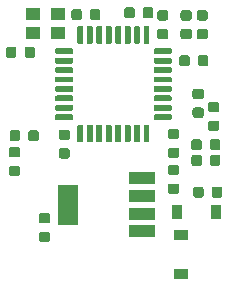
<source format=gbr>
%TF.GenerationSoftware,KiCad,Pcbnew,(5.1.5)-3*%
%TF.CreationDate,2020-05-01T16:03:37+02:00*%
%TF.ProjectId,SX1280_module,53583132-3830-45f6-9d6f-64756c652e6b,rev?*%
%TF.SameCoordinates,Original*%
%TF.FileFunction,Paste,Top*%
%TF.FilePolarity,Positive*%
%FSLAX46Y46*%
G04 Gerber Fmt 4.6, Leading zero omitted, Abs format (unit mm)*
G04 Created by KiCad (PCBNEW (5.1.5)-3) date 2020-05-01 16:03:37*
%MOMM*%
%LPD*%
G04 APERTURE LIST*
%ADD10C,0.100000*%
%ADD11R,1.300000X1.100000*%
%ADD12R,2.200000X1.000000*%
%ADD13R,1.800000X3.400000*%
%ADD14R,1.200000X0.900000*%
%ADD15R,0.900000X1.200000*%
G04 APERTURE END LIST*
D10*
%TO.C,R20*%
G36*
X125159291Y-99728853D02*
G01*
X125180526Y-99732003D01*
X125201350Y-99737219D01*
X125221562Y-99744451D01*
X125240968Y-99753630D01*
X125259381Y-99764666D01*
X125276624Y-99777454D01*
X125292530Y-99791870D01*
X125306946Y-99807776D01*
X125319734Y-99825019D01*
X125330770Y-99843432D01*
X125339949Y-99862838D01*
X125347181Y-99883050D01*
X125352397Y-99903874D01*
X125355547Y-99925109D01*
X125356600Y-99946550D01*
X125356600Y-100384050D01*
X125355547Y-100405491D01*
X125352397Y-100426726D01*
X125347181Y-100447550D01*
X125339949Y-100467762D01*
X125330770Y-100487168D01*
X125319734Y-100505581D01*
X125306946Y-100522824D01*
X125292530Y-100538730D01*
X125276624Y-100553146D01*
X125259381Y-100565934D01*
X125240968Y-100576970D01*
X125221562Y-100586149D01*
X125201350Y-100593381D01*
X125180526Y-100598597D01*
X125159291Y-100601747D01*
X125137850Y-100602800D01*
X124625350Y-100602800D01*
X124603909Y-100601747D01*
X124582674Y-100598597D01*
X124561850Y-100593381D01*
X124541638Y-100586149D01*
X124522232Y-100576970D01*
X124503819Y-100565934D01*
X124486576Y-100553146D01*
X124470670Y-100538730D01*
X124456254Y-100522824D01*
X124443466Y-100505581D01*
X124432430Y-100487168D01*
X124423251Y-100467762D01*
X124416019Y-100447550D01*
X124410803Y-100426726D01*
X124407653Y-100405491D01*
X124406600Y-100384050D01*
X124406600Y-99946550D01*
X124407653Y-99925109D01*
X124410803Y-99903874D01*
X124416019Y-99883050D01*
X124423251Y-99862838D01*
X124432430Y-99843432D01*
X124443466Y-99825019D01*
X124456254Y-99807776D01*
X124470670Y-99791870D01*
X124486576Y-99777454D01*
X124503819Y-99764666D01*
X124522232Y-99753630D01*
X124541638Y-99744451D01*
X124561850Y-99737219D01*
X124582674Y-99732003D01*
X124603909Y-99728853D01*
X124625350Y-99727800D01*
X125137850Y-99727800D01*
X125159291Y-99728853D01*
G37*
G36*
X125159291Y-101303853D02*
G01*
X125180526Y-101307003D01*
X125201350Y-101312219D01*
X125221562Y-101319451D01*
X125240968Y-101328630D01*
X125259381Y-101339666D01*
X125276624Y-101352454D01*
X125292530Y-101366870D01*
X125306946Y-101382776D01*
X125319734Y-101400019D01*
X125330770Y-101418432D01*
X125339949Y-101437838D01*
X125347181Y-101458050D01*
X125352397Y-101478874D01*
X125355547Y-101500109D01*
X125356600Y-101521550D01*
X125356600Y-101959050D01*
X125355547Y-101980491D01*
X125352397Y-102001726D01*
X125347181Y-102022550D01*
X125339949Y-102042762D01*
X125330770Y-102062168D01*
X125319734Y-102080581D01*
X125306946Y-102097824D01*
X125292530Y-102113730D01*
X125276624Y-102128146D01*
X125259381Y-102140934D01*
X125240968Y-102151970D01*
X125221562Y-102161149D01*
X125201350Y-102168381D01*
X125180526Y-102173597D01*
X125159291Y-102176747D01*
X125137850Y-102177800D01*
X124625350Y-102177800D01*
X124603909Y-102176747D01*
X124582674Y-102173597D01*
X124561850Y-102168381D01*
X124541638Y-102161149D01*
X124522232Y-102151970D01*
X124503819Y-102140934D01*
X124486576Y-102128146D01*
X124470670Y-102113730D01*
X124456254Y-102097824D01*
X124443466Y-102080581D01*
X124432430Y-102062168D01*
X124423251Y-102042762D01*
X124416019Y-102022550D01*
X124410803Y-102001726D01*
X124407653Y-101980491D01*
X124406600Y-101959050D01*
X124406600Y-101521550D01*
X124407653Y-101500109D01*
X124410803Y-101478874D01*
X124416019Y-101458050D01*
X124423251Y-101437838D01*
X124432430Y-101418432D01*
X124443466Y-101400019D01*
X124456254Y-101382776D01*
X124470670Y-101366870D01*
X124486576Y-101352454D01*
X124503819Y-101339666D01*
X124522232Y-101328630D01*
X124541638Y-101319451D01*
X124561850Y-101312219D01*
X124582674Y-101307003D01*
X124603909Y-101303853D01*
X124625350Y-101302800D01*
X125137850Y-101302800D01*
X125159291Y-101303853D01*
G37*
%TD*%
%TO.C,R19*%
G36*
X110630491Y-111311253D02*
G01*
X110651726Y-111314403D01*
X110672550Y-111319619D01*
X110692762Y-111326851D01*
X110712168Y-111336030D01*
X110730581Y-111347066D01*
X110747824Y-111359854D01*
X110763730Y-111374270D01*
X110778146Y-111390176D01*
X110790934Y-111407419D01*
X110801970Y-111425832D01*
X110811149Y-111445238D01*
X110818381Y-111465450D01*
X110823597Y-111486274D01*
X110826747Y-111507509D01*
X110827800Y-111528950D01*
X110827800Y-111966450D01*
X110826747Y-111987891D01*
X110823597Y-112009126D01*
X110818381Y-112029950D01*
X110811149Y-112050162D01*
X110801970Y-112069568D01*
X110790934Y-112087981D01*
X110778146Y-112105224D01*
X110763730Y-112121130D01*
X110747824Y-112135546D01*
X110730581Y-112148334D01*
X110712168Y-112159370D01*
X110692762Y-112168549D01*
X110672550Y-112175781D01*
X110651726Y-112180997D01*
X110630491Y-112184147D01*
X110609050Y-112185200D01*
X110096550Y-112185200D01*
X110075109Y-112184147D01*
X110053874Y-112180997D01*
X110033050Y-112175781D01*
X110012838Y-112168549D01*
X109993432Y-112159370D01*
X109975019Y-112148334D01*
X109957776Y-112135546D01*
X109941870Y-112121130D01*
X109927454Y-112105224D01*
X109914666Y-112087981D01*
X109903630Y-112069568D01*
X109894451Y-112050162D01*
X109887219Y-112029950D01*
X109882003Y-112009126D01*
X109878853Y-111987891D01*
X109877800Y-111966450D01*
X109877800Y-111528950D01*
X109878853Y-111507509D01*
X109882003Y-111486274D01*
X109887219Y-111465450D01*
X109894451Y-111445238D01*
X109903630Y-111425832D01*
X109914666Y-111407419D01*
X109927454Y-111390176D01*
X109941870Y-111374270D01*
X109957776Y-111359854D01*
X109975019Y-111347066D01*
X109993432Y-111336030D01*
X110012838Y-111326851D01*
X110033050Y-111319619D01*
X110053874Y-111314403D01*
X110075109Y-111311253D01*
X110096550Y-111310200D01*
X110609050Y-111310200D01*
X110630491Y-111311253D01*
G37*
G36*
X110630491Y-112886253D02*
G01*
X110651726Y-112889403D01*
X110672550Y-112894619D01*
X110692762Y-112901851D01*
X110712168Y-112911030D01*
X110730581Y-112922066D01*
X110747824Y-112934854D01*
X110763730Y-112949270D01*
X110778146Y-112965176D01*
X110790934Y-112982419D01*
X110801970Y-113000832D01*
X110811149Y-113020238D01*
X110818381Y-113040450D01*
X110823597Y-113061274D01*
X110826747Y-113082509D01*
X110827800Y-113103950D01*
X110827800Y-113541450D01*
X110826747Y-113562891D01*
X110823597Y-113584126D01*
X110818381Y-113604950D01*
X110811149Y-113625162D01*
X110801970Y-113644568D01*
X110790934Y-113662981D01*
X110778146Y-113680224D01*
X110763730Y-113696130D01*
X110747824Y-113710546D01*
X110730581Y-113723334D01*
X110712168Y-113734370D01*
X110692762Y-113743549D01*
X110672550Y-113750781D01*
X110651726Y-113755997D01*
X110630491Y-113759147D01*
X110609050Y-113760200D01*
X110096550Y-113760200D01*
X110075109Y-113759147D01*
X110053874Y-113755997D01*
X110033050Y-113750781D01*
X110012838Y-113743549D01*
X109993432Y-113734370D01*
X109975019Y-113723334D01*
X109957776Y-113710546D01*
X109941870Y-113696130D01*
X109927454Y-113680224D01*
X109914666Y-113662981D01*
X109903630Y-113644568D01*
X109894451Y-113625162D01*
X109887219Y-113604950D01*
X109882003Y-113584126D01*
X109878853Y-113562891D01*
X109877800Y-113541450D01*
X109877800Y-113103950D01*
X109878853Y-113082509D01*
X109882003Y-113061274D01*
X109887219Y-113040450D01*
X109894451Y-113020238D01*
X109903630Y-113000832D01*
X109914666Y-112982419D01*
X109927454Y-112965176D01*
X109941870Y-112949270D01*
X109957776Y-112934854D01*
X109975019Y-112922066D01*
X109993432Y-112911030D01*
X110012838Y-112901851D01*
X110033050Y-112894619D01*
X110053874Y-112889403D01*
X110075109Y-112886253D01*
X110096550Y-112885200D01*
X110609050Y-112885200D01*
X110630491Y-112886253D01*
G37*
%TD*%
%TO.C,D4*%
G36*
X126530891Y-99728853D02*
G01*
X126552126Y-99732003D01*
X126572950Y-99737219D01*
X126593162Y-99744451D01*
X126612568Y-99753630D01*
X126630981Y-99764666D01*
X126648224Y-99777454D01*
X126664130Y-99791870D01*
X126678546Y-99807776D01*
X126691334Y-99825019D01*
X126702370Y-99843432D01*
X126711549Y-99862838D01*
X126718781Y-99883050D01*
X126723997Y-99903874D01*
X126727147Y-99925109D01*
X126728200Y-99946550D01*
X126728200Y-100384050D01*
X126727147Y-100405491D01*
X126723997Y-100426726D01*
X126718781Y-100447550D01*
X126711549Y-100467762D01*
X126702370Y-100487168D01*
X126691334Y-100505581D01*
X126678546Y-100522824D01*
X126664130Y-100538730D01*
X126648224Y-100553146D01*
X126630981Y-100565934D01*
X126612568Y-100576970D01*
X126593162Y-100586149D01*
X126572950Y-100593381D01*
X126552126Y-100598597D01*
X126530891Y-100601747D01*
X126509450Y-100602800D01*
X125996950Y-100602800D01*
X125975509Y-100601747D01*
X125954274Y-100598597D01*
X125933450Y-100593381D01*
X125913238Y-100586149D01*
X125893832Y-100576970D01*
X125875419Y-100565934D01*
X125858176Y-100553146D01*
X125842270Y-100538730D01*
X125827854Y-100522824D01*
X125815066Y-100505581D01*
X125804030Y-100487168D01*
X125794851Y-100467762D01*
X125787619Y-100447550D01*
X125782403Y-100426726D01*
X125779253Y-100405491D01*
X125778200Y-100384050D01*
X125778200Y-99946550D01*
X125779253Y-99925109D01*
X125782403Y-99903874D01*
X125787619Y-99883050D01*
X125794851Y-99862838D01*
X125804030Y-99843432D01*
X125815066Y-99825019D01*
X125827854Y-99807776D01*
X125842270Y-99791870D01*
X125858176Y-99777454D01*
X125875419Y-99764666D01*
X125893832Y-99753630D01*
X125913238Y-99744451D01*
X125933450Y-99737219D01*
X125954274Y-99732003D01*
X125975509Y-99728853D01*
X125996950Y-99727800D01*
X126509450Y-99727800D01*
X126530891Y-99728853D01*
G37*
G36*
X126530891Y-101303853D02*
G01*
X126552126Y-101307003D01*
X126572950Y-101312219D01*
X126593162Y-101319451D01*
X126612568Y-101328630D01*
X126630981Y-101339666D01*
X126648224Y-101352454D01*
X126664130Y-101366870D01*
X126678546Y-101382776D01*
X126691334Y-101400019D01*
X126702370Y-101418432D01*
X126711549Y-101437838D01*
X126718781Y-101458050D01*
X126723997Y-101478874D01*
X126727147Y-101500109D01*
X126728200Y-101521550D01*
X126728200Y-101959050D01*
X126727147Y-101980491D01*
X126723997Y-102001726D01*
X126718781Y-102022550D01*
X126711549Y-102042762D01*
X126702370Y-102062168D01*
X126691334Y-102080581D01*
X126678546Y-102097824D01*
X126664130Y-102113730D01*
X126648224Y-102128146D01*
X126630981Y-102140934D01*
X126612568Y-102151970D01*
X126593162Y-102161149D01*
X126572950Y-102168381D01*
X126552126Y-102173597D01*
X126530891Y-102176747D01*
X126509450Y-102177800D01*
X125996950Y-102177800D01*
X125975509Y-102176747D01*
X125954274Y-102173597D01*
X125933450Y-102168381D01*
X125913238Y-102161149D01*
X125893832Y-102151970D01*
X125875419Y-102140934D01*
X125858176Y-102128146D01*
X125842270Y-102113730D01*
X125827854Y-102097824D01*
X125815066Y-102080581D01*
X125804030Y-102062168D01*
X125794851Y-102042762D01*
X125787619Y-102022550D01*
X125782403Y-102001726D01*
X125779253Y-101980491D01*
X125778200Y-101959050D01*
X125778200Y-101521550D01*
X125779253Y-101500109D01*
X125782403Y-101478874D01*
X125787619Y-101458050D01*
X125794851Y-101437838D01*
X125804030Y-101418432D01*
X125815066Y-101400019D01*
X125827854Y-101382776D01*
X125842270Y-101366870D01*
X125858176Y-101352454D01*
X125875419Y-101339666D01*
X125893832Y-101328630D01*
X125913238Y-101319451D01*
X125933450Y-101312219D01*
X125954274Y-101307003D01*
X125975509Y-101303853D01*
X125996950Y-101302800D01*
X126509450Y-101302800D01*
X126530891Y-101303853D01*
G37*
%TD*%
%TO.C,D3*%
G36*
X110618291Y-109876853D02*
G01*
X110639526Y-109880003D01*
X110660350Y-109885219D01*
X110680562Y-109892451D01*
X110699968Y-109901630D01*
X110718381Y-109912666D01*
X110735624Y-109925454D01*
X110751530Y-109939870D01*
X110765946Y-109955776D01*
X110778734Y-109973019D01*
X110789770Y-109991432D01*
X110798949Y-110010838D01*
X110806181Y-110031050D01*
X110811397Y-110051874D01*
X110814547Y-110073109D01*
X110815600Y-110094550D01*
X110815600Y-110607050D01*
X110814547Y-110628491D01*
X110811397Y-110649726D01*
X110806181Y-110670550D01*
X110798949Y-110690762D01*
X110789770Y-110710168D01*
X110778734Y-110728581D01*
X110765946Y-110745824D01*
X110751530Y-110761730D01*
X110735624Y-110776146D01*
X110718381Y-110788934D01*
X110699968Y-110799970D01*
X110680562Y-110809149D01*
X110660350Y-110816381D01*
X110639526Y-110821597D01*
X110618291Y-110824747D01*
X110596850Y-110825800D01*
X110159350Y-110825800D01*
X110137909Y-110824747D01*
X110116674Y-110821597D01*
X110095850Y-110816381D01*
X110075638Y-110809149D01*
X110056232Y-110799970D01*
X110037819Y-110788934D01*
X110020576Y-110776146D01*
X110004670Y-110761730D01*
X109990254Y-110745824D01*
X109977466Y-110728581D01*
X109966430Y-110710168D01*
X109957251Y-110690762D01*
X109950019Y-110670550D01*
X109944803Y-110649726D01*
X109941653Y-110628491D01*
X109940600Y-110607050D01*
X109940600Y-110094550D01*
X109941653Y-110073109D01*
X109944803Y-110051874D01*
X109950019Y-110031050D01*
X109957251Y-110010838D01*
X109966430Y-109991432D01*
X109977466Y-109973019D01*
X109990254Y-109955776D01*
X110004670Y-109939870D01*
X110020576Y-109925454D01*
X110037819Y-109912666D01*
X110056232Y-109901630D01*
X110075638Y-109892451D01*
X110095850Y-109885219D01*
X110116674Y-109880003D01*
X110137909Y-109876853D01*
X110159350Y-109875800D01*
X110596850Y-109875800D01*
X110618291Y-109876853D01*
G37*
G36*
X112193291Y-109876853D02*
G01*
X112214526Y-109880003D01*
X112235350Y-109885219D01*
X112255562Y-109892451D01*
X112274968Y-109901630D01*
X112293381Y-109912666D01*
X112310624Y-109925454D01*
X112326530Y-109939870D01*
X112340946Y-109955776D01*
X112353734Y-109973019D01*
X112364770Y-109991432D01*
X112373949Y-110010838D01*
X112381181Y-110031050D01*
X112386397Y-110051874D01*
X112389547Y-110073109D01*
X112390600Y-110094550D01*
X112390600Y-110607050D01*
X112389547Y-110628491D01*
X112386397Y-110649726D01*
X112381181Y-110670550D01*
X112373949Y-110690762D01*
X112364770Y-110710168D01*
X112353734Y-110728581D01*
X112340946Y-110745824D01*
X112326530Y-110761730D01*
X112310624Y-110776146D01*
X112293381Y-110788934D01*
X112274968Y-110799970D01*
X112255562Y-110809149D01*
X112235350Y-110816381D01*
X112214526Y-110821597D01*
X112193291Y-110824747D01*
X112171850Y-110825800D01*
X111734350Y-110825800D01*
X111712909Y-110824747D01*
X111691674Y-110821597D01*
X111670850Y-110816381D01*
X111650638Y-110809149D01*
X111631232Y-110799970D01*
X111612819Y-110788934D01*
X111595576Y-110776146D01*
X111579670Y-110761730D01*
X111565254Y-110745824D01*
X111552466Y-110728581D01*
X111541430Y-110710168D01*
X111532251Y-110690762D01*
X111525019Y-110670550D01*
X111519803Y-110649726D01*
X111516653Y-110628491D01*
X111515600Y-110607050D01*
X111515600Y-110094550D01*
X111516653Y-110073109D01*
X111519803Y-110051874D01*
X111525019Y-110031050D01*
X111532251Y-110010838D01*
X111541430Y-109991432D01*
X111552466Y-109973019D01*
X111565254Y-109955776D01*
X111579670Y-109939870D01*
X111595576Y-109925454D01*
X111612819Y-109912666D01*
X111631232Y-109901630D01*
X111650638Y-109892451D01*
X111670850Y-109885219D01*
X111691674Y-109880003D01*
X111712909Y-109876853D01*
X111734350Y-109875800D01*
X112171850Y-109875800D01*
X112193291Y-109876853D01*
G37*
%TD*%
D11*
%TO.C,X1*%
X111893600Y-100026200D03*
X113993600Y-100026200D03*
X113993600Y-101676200D03*
X111893600Y-101676200D03*
%TD*%
D10*
%TO.C,U2*%
G36*
X123540652Y-102942002D02*
G01*
X123552786Y-102943802D01*
X123564686Y-102946782D01*
X123576235Y-102950915D01*
X123587325Y-102956160D01*
X123597846Y-102962466D01*
X123607699Y-102969774D01*
X123616788Y-102978012D01*
X123625026Y-102987101D01*
X123632334Y-102996954D01*
X123638640Y-103007475D01*
X123643885Y-103018565D01*
X123648018Y-103030114D01*
X123650998Y-103042014D01*
X123652798Y-103054148D01*
X123653400Y-103066400D01*
X123653400Y-103316400D01*
X123652798Y-103328652D01*
X123650998Y-103340786D01*
X123648018Y-103352686D01*
X123643885Y-103364235D01*
X123638640Y-103375325D01*
X123632334Y-103385846D01*
X123625026Y-103395699D01*
X123616788Y-103404788D01*
X123607699Y-103413026D01*
X123597846Y-103420334D01*
X123587325Y-103426640D01*
X123576235Y-103431885D01*
X123564686Y-103436018D01*
X123552786Y-103438998D01*
X123540652Y-103440798D01*
X123528400Y-103441400D01*
X122278400Y-103441400D01*
X122266148Y-103440798D01*
X122254014Y-103438998D01*
X122242114Y-103436018D01*
X122230565Y-103431885D01*
X122219475Y-103426640D01*
X122208954Y-103420334D01*
X122199101Y-103413026D01*
X122190012Y-103404788D01*
X122181774Y-103395699D01*
X122174466Y-103385846D01*
X122168160Y-103375325D01*
X122162915Y-103364235D01*
X122158782Y-103352686D01*
X122155802Y-103340786D01*
X122154002Y-103328652D01*
X122153400Y-103316400D01*
X122153400Y-103066400D01*
X122154002Y-103054148D01*
X122155802Y-103042014D01*
X122158782Y-103030114D01*
X122162915Y-103018565D01*
X122168160Y-103007475D01*
X122174466Y-102996954D01*
X122181774Y-102987101D01*
X122190012Y-102978012D01*
X122199101Y-102969774D01*
X122208954Y-102962466D01*
X122219475Y-102956160D01*
X122230565Y-102950915D01*
X122242114Y-102946782D01*
X122254014Y-102943802D01*
X122266148Y-102942002D01*
X122278400Y-102941400D01*
X123528400Y-102941400D01*
X123540652Y-102942002D01*
G37*
G36*
X123540652Y-103742002D02*
G01*
X123552786Y-103743802D01*
X123564686Y-103746782D01*
X123576235Y-103750915D01*
X123587325Y-103756160D01*
X123597846Y-103762466D01*
X123607699Y-103769774D01*
X123616788Y-103778012D01*
X123625026Y-103787101D01*
X123632334Y-103796954D01*
X123638640Y-103807475D01*
X123643885Y-103818565D01*
X123648018Y-103830114D01*
X123650998Y-103842014D01*
X123652798Y-103854148D01*
X123653400Y-103866400D01*
X123653400Y-104116400D01*
X123652798Y-104128652D01*
X123650998Y-104140786D01*
X123648018Y-104152686D01*
X123643885Y-104164235D01*
X123638640Y-104175325D01*
X123632334Y-104185846D01*
X123625026Y-104195699D01*
X123616788Y-104204788D01*
X123607699Y-104213026D01*
X123597846Y-104220334D01*
X123587325Y-104226640D01*
X123576235Y-104231885D01*
X123564686Y-104236018D01*
X123552786Y-104238998D01*
X123540652Y-104240798D01*
X123528400Y-104241400D01*
X122278400Y-104241400D01*
X122266148Y-104240798D01*
X122254014Y-104238998D01*
X122242114Y-104236018D01*
X122230565Y-104231885D01*
X122219475Y-104226640D01*
X122208954Y-104220334D01*
X122199101Y-104213026D01*
X122190012Y-104204788D01*
X122181774Y-104195699D01*
X122174466Y-104185846D01*
X122168160Y-104175325D01*
X122162915Y-104164235D01*
X122158782Y-104152686D01*
X122155802Y-104140786D01*
X122154002Y-104128652D01*
X122153400Y-104116400D01*
X122153400Y-103866400D01*
X122154002Y-103854148D01*
X122155802Y-103842014D01*
X122158782Y-103830114D01*
X122162915Y-103818565D01*
X122168160Y-103807475D01*
X122174466Y-103796954D01*
X122181774Y-103787101D01*
X122190012Y-103778012D01*
X122199101Y-103769774D01*
X122208954Y-103762466D01*
X122219475Y-103756160D01*
X122230565Y-103750915D01*
X122242114Y-103746782D01*
X122254014Y-103743802D01*
X122266148Y-103742002D01*
X122278400Y-103741400D01*
X123528400Y-103741400D01*
X123540652Y-103742002D01*
G37*
G36*
X123540652Y-104542002D02*
G01*
X123552786Y-104543802D01*
X123564686Y-104546782D01*
X123576235Y-104550915D01*
X123587325Y-104556160D01*
X123597846Y-104562466D01*
X123607699Y-104569774D01*
X123616788Y-104578012D01*
X123625026Y-104587101D01*
X123632334Y-104596954D01*
X123638640Y-104607475D01*
X123643885Y-104618565D01*
X123648018Y-104630114D01*
X123650998Y-104642014D01*
X123652798Y-104654148D01*
X123653400Y-104666400D01*
X123653400Y-104916400D01*
X123652798Y-104928652D01*
X123650998Y-104940786D01*
X123648018Y-104952686D01*
X123643885Y-104964235D01*
X123638640Y-104975325D01*
X123632334Y-104985846D01*
X123625026Y-104995699D01*
X123616788Y-105004788D01*
X123607699Y-105013026D01*
X123597846Y-105020334D01*
X123587325Y-105026640D01*
X123576235Y-105031885D01*
X123564686Y-105036018D01*
X123552786Y-105038998D01*
X123540652Y-105040798D01*
X123528400Y-105041400D01*
X122278400Y-105041400D01*
X122266148Y-105040798D01*
X122254014Y-105038998D01*
X122242114Y-105036018D01*
X122230565Y-105031885D01*
X122219475Y-105026640D01*
X122208954Y-105020334D01*
X122199101Y-105013026D01*
X122190012Y-105004788D01*
X122181774Y-104995699D01*
X122174466Y-104985846D01*
X122168160Y-104975325D01*
X122162915Y-104964235D01*
X122158782Y-104952686D01*
X122155802Y-104940786D01*
X122154002Y-104928652D01*
X122153400Y-104916400D01*
X122153400Y-104666400D01*
X122154002Y-104654148D01*
X122155802Y-104642014D01*
X122158782Y-104630114D01*
X122162915Y-104618565D01*
X122168160Y-104607475D01*
X122174466Y-104596954D01*
X122181774Y-104587101D01*
X122190012Y-104578012D01*
X122199101Y-104569774D01*
X122208954Y-104562466D01*
X122219475Y-104556160D01*
X122230565Y-104550915D01*
X122242114Y-104546782D01*
X122254014Y-104543802D01*
X122266148Y-104542002D01*
X122278400Y-104541400D01*
X123528400Y-104541400D01*
X123540652Y-104542002D01*
G37*
G36*
X123540652Y-105342002D02*
G01*
X123552786Y-105343802D01*
X123564686Y-105346782D01*
X123576235Y-105350915D01*
X123587325Y-105356160D01*
X123597846Y-105362466D01*
X123607699Y-105369774D01*
X123616788Y-105378012D01*
X123625026Y-105387101D01*
X123632334Y-105396954D01*
X123638640Y-105407475D01*
X123643885Y-105418565D01*
X123648018Y-105430114D01*
X123650998Y-105442014D01*
X123652798Y-105454148D01*
X123653400Y-105466400D01*
X123653400Y-105716400D01*
X123652798Y-105728652D01*
X123650998Y-105740786D01*
X123648018Y-105752686D01*
X123643885Y-105764235D01*
X123638640Y-105775325D01*
X123632334Y-105785846D01*
X123625026Y-105795699D01*
X123616788Y-105804788D01*
X123607699Y-105813026D01*
X123597846Y-105820334D01*
X123587325Y-105826640D01*
X123576235Y-105831885D01*
X123564686Y-105836018D01*
X123552786Y-105838998D01*
X123540652Y-105840798D01*
X123528400Y-105841400D01*
X122278400Y-105841400D01*
X122266148Y-105840798D01*
X122254014Y-105838998D01*
X122242114Y-105836018D01*
X122230565Y-105831885D01*
X122219475Y-105826640D01*
X122208954Y-105820334D01*
X122199101Y-105813026D01*
X122190012Y-105804788D01*
X122181774Y-105795699D01*
X122174466Y-105785846D01*
X122168160Y-105775325D01*
X122162915Y-105764235D01*
X122158782Y-105752686D01*
X122155802Y-105740786D01*
X122154002Y-105728652D01*
X122153400Y-105716400D01*
X122153400Y-105466400D01*
X122154002Y-105454148D01*
X122155802Y-105442014D01*
X122158782Y-105430114D01*
X122162915Y-105418565D01*
X122168160Y-105407475D01*
X122174466Y-105396954D01*
X122181774Y-105387101D01*
X122190012Y-105378012D01*
X122199101Y-105369774D01*
X122208954Y-105362466D01*
X122219475Y-105356160D01*
X122230565Y-105350915D01*
X122242114Y-105346782D01*
X122254014Y-105343802D01*
X122266148Y-105342002D01*
X122278400Y-105341400D01*
X123528400Y-105341400D01*
X123540652Y-105342002D01*
G37*
G36*
X123540652Y-106142002D02*
G01*
X123552786Y-106143802D01*
X123564686Y-106146782D01*
X123576235Y-106150915D01*
X123587325Y-106156160D01*
X123597846Y-106162466D01*
X123607699Y-106169774D01*
X123616788Y-106178012D01*
X123625026Y-106187101D01*
X123632334Y-106196954D01*
X123638640Y-106207475D01*
X123643885Y-106218565D01*
X123648018Y-106230114D01*
X123650998Y-106242014D01*
X123652798Y-106254148D01*
X123653400Y-106266400D01*
X123653400Y-106516400D01*
X123652798Y-106528652D01*
X123650998Y-106540786D01*
X123648018Y-106552686D01*
X123643885Y-106564235D01*
X123638640Y-106575325D01*
X123632334Y-106585846D01*
X123625026Y-106595699D01*
X123616788Y-106604788D01*
X123607699Y-106613026D01*
X123597846Y-106620334D01*
X123587325Y-106626640D01*
X123576235Y-106631885D01*
X123564686Y-106636018D01*
X123552786Y-106638998D01*
X123540652Y-106640798D01*
X123528400Y-106641400D01*
X122278400Y-106641400D01*
X122266148Y-106640798D01*
X122254014Y-106638998D01*
X122242114Y-106636018D01*
X122230565Y-106631885D01*
X122219475Y-106626640D01*
X122208954Y-106620334D01*
X122199101Y-106613026D01*
X122190012Y-106604788D01*
X122181774Y-106595699D01*
X122174466Y-106585846D01*
X122168160Y-106575325D01*
X122162915Y-106564235D01*
X122158782Y-106552686D01*
X122155802Y-106540786D01*
X122154002Y-106528652D01*
X122153400Y-106516400D01*
X122153400Y-106266400D01*
X122154002Y-106254148D01*
X122155802Y-106242014D01*
X122158782Y-106230114D01*
X122162915Y-106218565D01*
X122168160Y-106207475D01*
X122174466Y-106196954D01*
X122181774Y-106187101D01*
X122190012Y-106178012D01*
X122199101Y-106169774D01*
X122208954Y-106162466D01*
X122219475Y-106156160D01*
X122230565Y-106150915D01*
X122242114Y-106146782D01*
X122254014Y-106143802D01*
X122266148Y-106142002D01*
X122278400Y-106141400D01*
X123528400Y-106141400D01*
X123540652Y-106142002D01*
G37*
G36*
X123540652Y-106942002D02*
G01*
X123552786Y-106943802D01*
X123564686Y-106946782D01*
X123576235Y-106950915D01*
X123587325Y-106956160D01*
X123597846Y-106962466D01*
X123607699Y-106969774D01*
X123616788Y-106978012D01*
X123625026Y-106987101D01*
X123632334Y-106996954D01*
X123638640Y-107007475D01*
X123643885Y-107018565D01*
X123648018Y-107030114D01*
X123650998Y-107042014D01*
X123652798Y-107054148D01*
X123653400Y-107066400D01*
X123653400Y-107316400D01*
X123652798Y-107328652D01*
X123650998Y-107340786D01*
X123648018Y-107352686D01*
X123643885Y-107364235D01*
X123638640Y-107375325D01*
X123632334Y-107385846D01*
X123625026Y-107395699D01*
X123616788Y-107404788D01*
X123607699Y-107413026D01*
X123597846Y-107420334D01*
X123587325Y-107426640D01*
X123576235Y-107431885D01*
X123564686Y-107436018D01*
X123552786Y-107438998D01*
X123540652Y-107440798D01*
X123528400Y-107441400D01*
X122278400Y-107441400D01*
X122266148Y-107440798D01*
X122254014Y-107438998D01*
X122242114Y-107436018D01*
X122230565Y-107431885D01*
X122219475Y-107426640D01*
X122208954Y-107420334D01*
X122199101Y-107413026D01*
X122190012Y-107404788D01*
X122181774Y-107395699D01*
X122174466Y-107385846D01*
X122168160Y-107375325D01*
X122162915Y-107364235D01*
X122158782Y-107352686D01*
X122155802Y-107340786D01*
X122154002Y-107328652D01*
X122153400Y-107316400D01*
X122153400Y-107066400D01*
X122154002Y-107054148D01*
X122155802Y-107042014D01*
X122158782Y-107030114D01*
X122162915Y-107018565D01*
X122168160Y-107007475D01*
X122174466Y-106996954D01*
X122181774Y-106987101D01*
X122190012Y-106978012D01*
X122199101Y-106969774D01*
X122208954Y-106962466D01*
X122219475Y-106956160D01*
X122230565Y-106950915D01*
X122242114Y-106946782D01*
X122254014Y-106943802D01*
X122266148Y-106942002D01*
X122278400Y-106941400D01*
X123528400Y-106941400D01*
X123540652Y-106942002D01*
G37*
G36*
X123540652Y-107742002D02*
G01*
X123552786Y-107743802D01*
X123564686Y-107746782D01*
X123576235Y-107750915D01*
X123587325Y-107756160D01*
X123597846Y-107762466D01*
X123607699Y-107769774D01*
X123616788Y-107778012D01*
X123625026Y-107787101D01*
X123632334Y-107796954D01*
X123638640Y-107807475D01*
X123643885Y-107818565D01*
X123648018Y-107830114D01*
X123650998Y-107842014D01*
X123652798Y-107854148D01*
X123653400Y-107866400D01*
X123653400Y-108116400D01*
X123652798Y-108128652D01*
X123650998Y-108140786D01*
X123648018Y-108152686D01*
X123643885Y-108164235D01*
X123638640Y-108175325D01*
X123632334Y-108185846D01*
X123625026Y-108195699D01*
X123616788Y-108204788D01*
X123607699Y-108213026D01*
X123597846Y-108220334D01*
X123587325Y-108226640D01*
X123576235Y-108231885D01*
X123564686Y-108236018D01*
X123552786Y-108238998D01*
X123540652Y-108240798D01*
X123528400Y-108241400D01*
X122278400Y-108241400D01*
X122266148Y-108240798D01*
X122254014Y-108238998D01*
X122242114Y-108236018D01*
X122230565Y-108231885D01*
X122219475Y-108226640D01*
X122208954Y-108220334D01*
X122199101Y-108213026D01*
X122190012Y-108204788D01*
X122181774Y-108195699D01*
X122174466Y-108185846D01*
X122168160Y-108175325D01*
X122162915Y-108164235D01*
X122158782Y-108152686D01*
X122155802Y-108140786D01*
X122154002Y-108128652D01*
X122153400Y-108116400D01*
X122153400Y-107866400D01*
X122154002Y-107854148D01*
X122155802Y-107842014D01*
X122158782Y-107830114D01*
X122162915Y-107818565D01*
X122168160Y-107807475D01*
X122174466Y-107796954D01*
X122181774Y-107787101D01*
X122190012Y-107778012D01*
X122199101Y-107769774D01*
X122208954Y-107762466D01*
X122219475Y-107756160D01*
X122230565Y-107750915D01*
X122242114Y-107746782D01*
X122254014Y-107743802D01*
X122266148Y-107742002D01*
X122278400Y-107741400D01*
X123528400Y-107741400D01*
X123540652Y-107742002D01*
G37*
G36*
X123540652Y-108542002D02*
G01*
X123552786Y-108543802D01*
X123564686Y-108546782D01*
X123576235Y-108550915D01*
X123587325Y-108556160D01*
X123597846Y-108562466D01*
X123607699Y-108569774D01*
X123616788Y-108578012D01*
X123625026Y-108587101D01*
X123632334Y-108596954D01*
X123638640Y-108607475D01*
X123643885Y-108618565D01*
X123648018Y-108630114D01*
X123650998Y-108642014D01*
X123652798Y-108654148D01*
X123653400Y-108666400D01*
X123653400Y-108916400D01*
X123652798Y-108928652D01*
X123650998Y-108940786D01*
X123648018Y-108952686D01*
X123643885Y-108964235D01*
X123638640Y-108975325D01*
X123632334Y-108985846D01*
X123625026Y-108995699D01*
X123616788Y-109004788D01*
X123607699Y-109013026D01*
X123597846Y-109020334D01*
X123587325Y-109026640D01*
X123576235Y-109031885D01*
X123564686Y-109036018D01*
X123552786Y-109038998D01*
X123540652Y-109040798D01*
X123528400Y-109041400D01*
X122278400Y-109041400D01*
X122266148Y-109040798D01*
X122254014Y-109038998D01*
X122242114Y-109036018D01*
X122230565Y-109031885D01*
X122219475Y-109026640D01*
X122208954Y-109020334D01*
X122199101Y-109013026D01*
X122190012Y-109004788D01*
X122181774Y-108995699D01*
X122174466Y-108985846D01*
X122168160Y-108975325D01*
X122162915Y-108964235D01*
X122158782Y-108952686D01*
X122155802Y-108940786D01*
X122154002Y-108928652D01*
X122153400Y-108916400D01*
X122153400Y-108666400D01*
X122154002Y-108654148D01*
X122155802Y-108642014D01*
X122158782Y-108630114D01*
X122162915Y-108618565D01*
X122168160Y-108607475D01*
X122174466Y-108596954D01*
X122181774Y-108587101D01*
X122190012Y-108578012D01*
X122199101Y-108569774D01*
X122208954Y-108562466D01*
X122219475Y-108556160D01*
X122230565Y-108550915D01*
X122242114Y-108546782D01*
X122254014Y-108543802D01*
X122266148Y-108542002D01*
X122278400Y-108541400D01*
X123528400Y-108541400D01*
X123540652Y-108542002D01*
G37*
G36*
X121665652Y-109417002D02*
G01*
X121677786Y-109418802D01*
X121689686Y-109421782D01*
X121701235Y-109425915D01*
X121712325Y-109431160D01*
X121722846Y-109437466D01*
X121732699Y-109444774D01*
X121741788Y-109453012D01*
X121750026Y-109462101D01*
X121757334Y-109471954D01*
X121763640Y-109482475D01*
X121768885Y-109493565D01*
X121773018Y-109505114D01*
X121775998Y-109517014D01*
X121777798Y-109529148D01*
X121778400Y-109541400D01*
X121778400Y-110791400D01*
X121777798Y-110803652D01*
X121775998Y-110815786D01*
X121773018Y-110827686D01*
X121768885Y-110839235D01*
X121763640Y-110850325D01*
X121757334Y-110860846D01*
X121750026Y-110870699D01*
X121741788Y-110879788D01*
X121732699Y-110888026D01*
X121722846Y-110895334D01*
X121712325Y-110901640D01*
X121701235Y-110906885D01*
X121689686Y-110911018D01*
X121677786Y-110913998D01*
X121665652Y-110915798D01*
X121653400Y-110916400D01*
X121403400Y-110916400D01*
X121391148Y-110915798D01*
X121379014Y-110913998D01*
X121367114Y-110911018D01*
X121355565Y-110906885D01*
X121344475Y-110901640D01*
X121333954Y-110895334D01*
X121324101Y-110888026D01*
X121315012Y-110879788D01*
X121306774Y-110870699D01*
X121299466Y-110860846D01*
X121293160Y-110850325D01*
X121287915Y-110839235D01*
X121283782Y-110827686D01*
X121280802Y-110815786D01*
X121279002Y-110803652D01*
X121278400Y-110791400D01*
X121278400Y-109541400D01*
X121279002Y-109529148D01*
X121280802Y-109517014D01*
X121283782Y-109505114D01*
X121287915Y-109493565D01*
X121293160Y-109482475D01*
X121299466Y-109471954D01*
X121306774Y-109462101D01*
X121315012Y-109453012D01*
X121324101Y-109444774D01*
X121333954Y-109437466D01*
X121344475Y-109431160D01*
X121355565Y-109425915D01*
X121367114Y-109421782D01*
X121379014Y-109418802D01*
X121391148Y-109417002D01*
X121403400Y-109416400D01*
X121653400Y-109416400D01*
X121665652Y-109417002D01*
G37*
G36*
X120865652Y-109417002D02*
G01*
X120877786Y-109418802D01*
X120889686Y-109421782D01*
X120901235Y-109425915D01*
X120912325Y-109431160D01*
X120922846Y-109437466D01*
X120932699Y-109444774D01*
X120941788Y-109453012D01*
X120950026Y-109462101D01*
X120957334Y-109471954D01*
X120963640Y-109482475D01*
X120968885Y-109493565D01*
X120973018Y-109505114D01*
X120975998Y-109517014D01*
X120977798Y-109529148D01*
X120978400Y-109541400D01*
X120978400Y-110791400D01*
X120977798Y-110803652D01*
X120975998Y-110815786D01*
X120973018Y-110827686D01*
X120968885Y-110839235D01*
X120963640Y-110850325D01*
X120957334Y-110860846D01*
X120950026Y-110870699D01*
X120941788Y-110879788D01*
X120932699Y-110888026D01*
X120922846Y-110895334D01*
X120912325Y-110901640D01*
X120901235Y-110906885D01*
X120889686Y-110911018D01*
X120877786Y-110913998D01*
X120865652Y-110915798D01*
X120853400Y-110916400D01*
X120603400Y-110916400D01*
X120591148Y-110915798D01*
X120579014Y-110913998D01*
X120567114Y-110911018D01*
X120555565Y-110906885D01*
X120544475Y-110901640D01*
X120533954Y-110895334D01*
X120524101Y-110888026D01*
X120515012Y-110879788D01*
X120506774Y-110870699D01*
X120499466Y-110860846D01*
X120493160Y-110850325D01*
X120487915Y-110839235D01*
X120483782Y-110827686D01*
X120480802Y-110815786D01*
X120479002Y-110803652D01*
X120478400Y-110791400D01*
X120478400Y-109541400D01*
X120479002Y-109529148D01*
X120480802Y-109517014D01*
X120483782Y-109505114D01*
X120487915Y-109493565D01*
X120493160Y-109482475D01*
X120499466Y-109471954D01*
X120506774Y-109462101D01*
X120515012Y-109453012D01*
X120524101Y-109444774D01*
X120533954Y-109437466D01*
X120544475Y-109431160D01*
X120555565Y-109425915D01*
X120567114Y-109421782D01*
X120579014Y-109418802D01*
X120591148Y-109417002D01*
X120603400Y-109416400D01*
X120853400Y-109416400D01*
X120865652Y-109417002D01*
G37*
G36*
X120065652Y-109417002D02*
G01*
X120077786Y-109418802D01*
X120089686Y-109421782D01*
X120101235Y-109425915D01*
X120112325Y-109431160D01*
X120122846Y-109437466D01*
X120132699Y-109444774D01*
X120141788Y-109453012D01*
X120150026Y-109462101D01*
X120157334Y-109471954D01*
X120163640Y-109482475D01*
X120168885Y-109493565D01*
X120173018Y-109505114D01*
X120175998Y-109517014D01*
X120177798Y-109529148D01*
X120178400Y-109541400D01*
X120178400Y-110791400D01*
X120177798Y-110803652D01*
X120175998Y-110815786D01*
X120173018Y-110827686D01*
X120168885Y-110839235D01*
X120163640Y-110850325D01*
X120157334Y-110860846D01*
X120150026Y-110870699D01*
X120141788Y-110879788D01*
X120132699Y-110888026D01*
X120122846Y-110895334D01*
X120112325Y-110901640D01*
X120101235Y-110906885D01*
X120089686Y-110911018D01*
X120077786Y-110913998D01*
X120065652Y-110915798D01*
X120053400Y-110916400D01*
X119803400Y-110916400D01*
X119791148Y-110915798D01*
X119779014Y-110913998D01*
X119767114Y-110911018D01*
X119755565Y-110906885D01*
X119744475Y-110901640D01*
X119733954Y-110895334D01*
X119724101Y-110888026D01*
X119715012Y-110879788D01*
X119706774Y-110870699D01*
X119699466Y-110860846D01*
X119693160Y-110850325D01*
X119687915Y-110839235D01*
X119683782Y-110827686D01*
X119680802Y-110815786D01*
X119679002Y-110803652D01*
X119678400Y-110791400D01*
X119678400Y-109541400D01*
X119679002Y-109529148D01*
X119680802Y-109517014D01*
X119683782Y-109505114D01*
X119687915Y-109493565D01*
X119693160Y-109482475D01*
X119699466Y-109471954D01*
X119706774Y-109462101D01*
X119715012Y-109453012D01*
X119724101Y-109444774D01*
X119733954Y-109437466D01*
X119744475Y-109431160D01*
X119755565Y-109425915D01*
X119767114Y-109421782D01*
X119779014Y-109418802D01*
X119791148Y-109417002D01*
X119803400Y-109416400D01*
X120053400Y-109416400D01*
X120065652Y-109417002D01*
G37*
G36*
X119265652Y-109417002D02*
G01*
X119277786Y-109418802D01*
X119289686Y-109421782D01*
X119301235Y-109425915D01*
X119312325Y-109431160D01*
X119322846Y-109437466D01*
X119332699Y-109444774D01*
X119341788Y-109453012D01*
X119350026Y-109462101D01*
X119357334Y-109471954D01*
X119363640Y-109482475D01*
X119368885Y-109493565D01*
X119373018Y-109505114D01*
X119375998Y-109517014D01*
X119377798Y-109529148D01*
X119378400Y-109541400D01*
X119378400Y-110791400D01*
X119377798Y-110803652D01*
X119375998Y-110815786D01*
X119373018Y-110827686D01*
X119368885Y-110839235D01*
X119363640Y-110850325D01*
X119357334Y-110860846D01*
X119350026Y-110870699D01*
X119341788Y-110879788D01*
X119332699Y-110888026D01*
X119322846Y-110895334D01*
X119312325Y-110901640D01*
X119301235Y-110906885D01*
X119289686Y-110911018D01*
X119277786Y-110913998D01*
X119265652Y-110915798D01*
X119253400Y-110916400D01*
X119003400Y-110916400D01*
X118991148Y-110915798D01*
X118979014Y-110913998D01*
X118967114Y-110911018D01*
X118955565Y-110906885D01*
X118944475Y-110901640D01*
X118933954Y-110895334D01*
X118924101Y-110888026D01*
X118915012Y-110879788D01*
X118906774Y-110870699D01*
X118899466Y-110860846D01*
X118893160Y-110850325D01*
X118887915Y-110839235D01*
X118883782Y-110827686D01*
X118880802Y-110815786D01*
X118879002Y-110803652D01*
X118878400Y-110791400D01*
X118878400Y-109541400D01*
X118879002Y-109529148D01*
X118880802Y-109517014D01*
X118883782Y-109505114D01*
X118887915Y-109493565D01*
X118893160Y-109482475D01*
X118899466Y-109471954D01*
X118906774Y-109462101D01*
X118915012Y-109453012D01*
X118924101Y-109444774D01*
X118933954Y-109437466D01*
X118944475Y-109431160D01*
X118955565Y-109425915D01*
X118967114Y-109421782D01*
X118979014Y-109418802D01*
X118991148Y-109417002D01*
X119003400Y-109416400D01*
X119253400Y-109416400D01*
X119265652Y-109417002D01*
G37*
G36*
X118465652Y-109417002D02*
G01*
X118477786Y-109418802D01*
X118489686Y-109421782D01*
X118501235Y-109425915D01*
X118512325Y-109431160D01*
X118522846Y-109437466D01*
X118532699Y-109444774D01*
X118541788Y-109453012D01*
X118550026Y-109462101D01*
X118557334Y-109471954D01*
X118563640Y-109482475D01*
X118568885Y-109493565D01*
X118573018Y-109505114D01*
X118575998Y-109517014D01*
X118577798Y-109529148D01*
X118578400Y-109541400D01*
X118578400Y-110791400D01*
X118577798Y-110803652D01*
X118575998Y-110815786D01*
X118573018Y-110827686D01*
X118568885Y-110839235D01*
X118563640Y-110850325D01*
X118557334Y-110860846D01*
X118550026Y-110870699D01*
X118541788Y-110879788D01*
X118532699Y-110888026D01*
X118522846Y-110895334D01*
X118512325Y-110901640D01*
X118501235Y-110906885D01*
X118489686Y-110911018D01*
X118477786Y-110913998D01*
X118465652Y-110915798D01*
X118453400Y-110916400D01*
X118203400Y-110916400D01*
X118191148Y-110915798D01*
X118179014Y-110913998D01*
X118167114Y-110911018D01*
X118155565Y-110906885D01*
X118144475Y-110901640D01*
X118133954Y-110895334D01*
X118124101Y-110888026D01*
X118115012Y-110879788D01*
X118106774Y-110870699D01*
X118099466Y-110860846D01*
X118093160Y-110850325D01*
X118087915Y-110839235D01*
X118083782Y-110827686D01*
X118080802Y-110815786D01*
X118079002Y-110803652D01*
X118078400Y-110791400D01*
X118078400Y-109541400D01*
X118079002Y-109529148D01*
X118080802Y-109517014D01*
X118083782Y-109505114D01*
X118087915Y-109493565D01*
X118093160Y-109482475D01*
X118099466Y-109471954D01*
X118106774Y-109462101D01*
X118115012Y-109453012D01*
X118124101Y-109444774D01*
X118133954Y-109437466D01*
X118144475Y-109431160D01*
X118155565Y-109425915D01*
X118167114Y-109421782D01*
X118179014Y-109418802D01*
X118191148Y-109417002D01*
X118203400Y-109416400D01*
X118453400Y-109416400D01*
X118465652Y-109417002D01*
G37*
G36*
X117665652Y-109417002D02*
G01*
X117677786Y-109418802D01*
X117689686Y-109421782D01*
X117701235Y-109425915D01*
X117712325Y-109431160D01*
X117722846Y-109437466D01*
X117732699Y-109444774D01*
X117741788Y-109453012D01*
X117750026Y-109462101D01*
X117757334Y-109471954D01*
X117763640Y-109482475D01*
X117768885Y-109493565D01*
X117773018Y-109505114D01*
X117775998Y-109517014D01*
X117777798Y-109529148D01*
X117778400Y-109541400D01*
X117778400Y-110791400D01*
X117777798Y-110803652D01*
X117775998Y-110815786D01*
X117773018Y-110827686D01*
X117768885Y-110839235D01*
X117763640Y-110850325D01*
X117757334Y-110860846D01*
X117750026Y-110870699D01*
X117741788Y-110879788D01*
X117732699Y-110888026D01*
X117722846Y-110895334D01*
X117712325Y-110901640D01*
X117701235Y-110906885D01*
X117689686Y-110911018D01*
X117677786Y-110913998D01*
X117665652Y-110915798D01*
X117653400Y-110916400D01*
X117403400Y-110916400D01*
X117391148Y-110915798D01*
X117379014Y-110913998D01*
X117367114Y-110911018D01*
X117355565Y-110906885D01*
X117344475Y-110901640D01*
X117333954Y-110895334D01*
X117324101Y-110888026D01*
X117315012Y-110879788D01*
X117306774Y-110870699D01*
X117299466Y-110860846D01*
X117293160Y-110850325D01*
X117287915Y-110839235D01*
X117283782Y-110827686D01*
X117280802Y-110815786D01*
X117279002Y-110803652D01*
X117278400Y-110791400D01*
X117278400Y-109541400D01*
X117279002Y-109529148D01*
X117280802Y-109517014D01*
X117283782Y-109505114D01*
X117287915Y-109493565D01*
X117293160Y-109482475D01*
X117299466Y-109471954D01*
X117306774Y-109462101D01*
X117315012Y-109453012D01*
X117324101Y-109444774D01*
X117333954Y-109437466D01*
X117344475Y-109431160D01*
X117355565Y-109425915D01*
X117367114Y-109421782D01*
X117379014Y-109418802D01*
X117391148Y-109417002D01*
X117403400Y-109416400D01*
X117653400Y-109416400D01*
X117665652Y-109417002D01*
G37*
G36*
X116865652Y-109417002D02*
G01*
X116877786Y-109418802D01*
X116889686Y-109421782D01*
X116901235Y-109425915D01*
X116912325Y-109431160D01*
X116922846Y-109437466D01*
X116932699Y-109444774D01*
X116941788Y-109453012D01*
X116950026Y-109462101D01*
X116957334Y-109471954D01*
X116963640Y-109482475D01*
X116968885Y-109493565D01*
X116973018Y-109505114D01*
X116975998Y-109517014D01*
X116977798Y-109529148D01*
X116978400Y-109541400D01*
X116978400Y-110791400D01*
X116977798Y-110803652D01*
X116975998Y-110815786D01*
X116973018Y-110827686D01*
X116968885Y-110839235D01*
X116963640Y-110850325D01*
X116957334Y-110860846D01*
X116950026Y-110870699D01*
X116941788Y-110879788D01*
X116932699Y-110888026D01*
X116922846Y-110895334D01*
X116912325Y-110901640D01*
X116901235Y-110906885D01*
X116889686Y-110911018D01*
X116877786Y-110913998D01*
X116865652Y-110915798D01*
X116853400Y-110916400D01*
X116603400Y-110916400D01*
X116591148Y-110915798D01*
X116579014Y-110913998D01*
X116567114Y-110911018D01*
X116555565Y-110906885D01*
X116544475Y-110901640D01*
X116533954Y-110895334D01*
X116524101Y-110888026D01*
X116515012Y-110879788D01*
X116506774Y-110870699D01*
X116499466Y-110860846D01*
X116493160Y-110850325D01*
X116487915Y-110839235D01*
X116483782Y-110827686D01*
X116480802Y-110815786D01*
X116479002Y-110803652D01*
X116478400Y-110791400D01*
X116478400Y-109541400D01*
X116479002Y-109529148D01*
X116480802Y-109517014D01*
X116483782Y-109505114D01*
X116487915Y-109493565D01*
X116493160Y-109482475D01*
X116499466Y-109471954D01*
X116506774Y-109462101D01*
X116515012Y-109453012D01*
X116524101Y-109444774D01*
X116533954Y-109437466D01*
X116544475Y-109431160D01*
X116555565Y-109425915D01*
X116567114Y-109421782D01*
X116579014Y-109418802D01*
X116591148Y-109417002D01*
X116603400Y-109416400D01*
X116853400Y-109416400D01*
X116865652Y-109417002D01*
G37*
G36*
X116065652Y-109417002D02*
G01*
X116077786Y-109418802D01*
X116089686Y-109421782D01*
X116101235Y-109425915D01*
X116112325Y-109431160D01*
X116122846Y-109437466D01*
X116132699Y-109444774D01*
X116141788Y-109453012D01*
X116150026Y-109462101D01*
X116157334Y-109471954D01*
X116163640Y-109482475D01*
X116168885Y-109493565D01*
X116173018Y-109505114D01*
X116175998Y-109517014D01*
X116177798Y-109529148D01*
X116178400Y-109541400D01*
X116178400Y-110791400D01*
X116177798Y-110803652D01*
X116175998Y-110815786D01*
X116173018Y-110827686D01*
X116168885Y-110839235D01*
X116163640Y-110850325D01*
X116157334Y-110860846D01*
X116150026Y-110870699D01*
X116141788Y-110879788D01*
X116132699Y-110888026D01*
X116122846Y-110895334D01*
X116112325Y-110901640D01*
X116101235Y-110906885D01*
X116089686Y-110911018D01*
X116077786Y-110913998D01*
X116065652Y-110915798D01*
X116053400Y-110916400D01*
X115803400Y-110916400D01*
X115791148Y-110915798D01*
X115779014Y-110913998D01*
X115767114Y-110911018D01*
X115755565Y-110906885D01*
X115744475Y-110901640D01*
X115733954Y-110895334D01*
X115724101Y-110888026D01*
X115715012Y-110879788D01*
X115706774Y-110870699D01*
X115699466Y-110860846D01*
X115693160Y-110850325D01*
X115687915Y-110839235D01*
X115683782Y-110827686D01*
X115680802Y-110815786D01*
X115679002Y-110803652D01*
X115678400Y-110791400D01*
X115678400Y-109541400D01*
X115679002Y-109529148D01*
X115680802Y-109517014D01*
X115683782Y-109505114D01*
X115687915Y-109493565D01*
X115693160Y-109482475D01*
X115699466Y-109471954D01*
X115706774Y-109462101D01*
X115715012Y-109453012D01*
X115724101Y-109444774D01*
X115733954Y-109437466D01*
X115744475Y-109431160D01*
X115755565Y-109425915D01*
X115767114Y-109421782D01*
X115779014Y-109418802D01*
X115791148Y-109417002D01*
X115803400Y-109416400D01*
X116053400Y-109416400D01*
X116065652Y-109417002D01*
G37*
G36*
X115190652Y-108542002D02*
G01*
X115202786Y-108543802D01*
X115214686Y-108546782D01*
X115226235Y-108550915D01*
X115237325Y-108556160D01*
X115247846Y-108562466D01*
X115257699Y-108569774D01*
X115266788Y-108578012D01*
X115275026Y-108587101D01*
X115282334Y-108596954D01*
X115288640Y-108607475D01*
X115293885Y-108618565D01*
X115298018Y-108630114D01*
X115300998Y-108642014D01*
X115302798Y-108654148D01*
X115303400Y-108666400D01*
X115303400Y-108916400D01*
X115302798Y-108928652D01*
X115300998Y-108940786D01*
X115298018Y-108952686D01*
X115293885Y-108964235D01*
X115288640Y-108975325D01*
X115282334Y-108985846D01*
X115275026Y-108995699D01*
X115266788Y-109004788D01*
X115257699Y-109013026D01*
X115247846Y-109020334D01*
X115237325Y-109026640D01*
X115226235Y-109031885D01*
X115214686Y-109036018D01*
X115202786Y-109038998D01*
X115190652Y-109040798D01*
X115178400Y-109041400D01*
X113928400Y-109041400D01*
X113916148Y-109040798D01*
X113904014Y-109038998D01*
X113892114Y-109036018D01*
X113880565Y-109031885D01*
X113869475Y-109026640D01*
X113858954Y-109020334D01*
X113849101Y-109013026D01*
X113840012Y-109004788D01*
X113831774Y-108995699D01*
X113824466Y-108985846D01*
X113818160Y-108975325D01*
X113812915Y-108964235D01*
X113808782Y-108952686D01*
X113805802Y-108940786D01*
X113804002Y-108928652D01*
X113803400Y-108916400D01*
X113803400Y-108666400D01*
X113804002Y-108654148D01*
X113805802Y-108642014D01*
X113808782Y-108630114D01*
X113812915Y-108618565D01*
X113818160Y-108607475D01*
X113824466Y-108596954D01*
X113831774Y-108587101D01*
X113840012Y-108578012D01*
X113849101Y-108569774D01*
X113858954Y-108562466D01*
X113869475Y-108556160D01*
X113880565Y-108550915D01*
X113892114Y-108546782D01*
X113904014Y-108543802D01*
X113916148Y-108542002D01*
X113928400Y-108541400D01*
X115178400Y-108541400D01*
X115190652Y-108542002D01*
G37*
G36*
X115190652Y-107742002D02*
G01*
X115202786Y-107743802D01*
X115214686Y-107746782D01*
X115226235Y-107750915D01*
X115237325Y-107756160D01*
X115247846Y-107762466D01*
X115257699Y-107769774D01*
X115266788Y-107778012D01*
X115275026Y-107787101D01*
X115282334Y-107796954D01*
X115288640Y-107807475D01*
X115293885Y-107818565D01*
X115298018Y-107830114D01*
X115300998Y-107842014D01*
X115302798Y-107854148D01*
X115303400Y-107866400D01*
X115303400Y-108116400D01*
X115302798Y-108128652D01*
X115300998Y-108140786D01*
X115298018Y-108152686D01*
X115293885Y-108164235D01*
X115288640Y-108175325D01*
X115282334Y-108185846D01*
X115275026Y-108195699D01*
X115266788Y-108204788D01*
X115257699Y-108213026D01*
X115247846Y-108220334D01*
X115237325Y-108226640D01*
X115226235Y-108231885D01*
X115214686Y-108236018D01*
X115202786Y-108238998D01*
X115190652Y-108240798D01*
X115178400Y-108241400D01*
X113928400Y-108241400D01*
X113916148Y-108240798D01*
X113904014Y-108238998D01*
X113892114Y-108236018D01*
X113880565Y-108231885D01*
X113869475Y-108226640D01*
X113858954Y-108220334D01*
X113849101Y-108213026D01*
X113840012Y-108204788D01*
X113831774Y-108195699D01*
X113824466Y-108185846D01*
X113818160Y-108175325D01*
X113812915Y-108164235D01*
X113808782Y-108152686D01*
X113805802Y-108140786D01*
X113804002Y-108128652D01*
X113803400Y-108116400D01*
X113803400Y-107866400D01*
X113804002Y-107854148D01*
X113805802Y-107842014D01*
X113808782Y-107830114D01*
X113812915Y-107818565D01*
X113818160Y-107807475D01*
X113824466Y-107796954D01*
X113831774Y-107787101D01*
X113840012Y-107778012D01*
X113849101Y-107769774D01*
X113858954Y-107762466D01*
X113869475Y-107756160D01*
X113880565Y-107750915D01*
X113892114Y-107746782D01*
X113904014Y-107743802D01*
X113916148Y-107742002D01*
X113928400Y-107741400D01*
X115178400Y-107741400D01*
X115190652Y-107742002D01*
G37*
G36*
X115190652Y-106942002D02*
G01*
X115202786Y-106943802D01*
X115214686Y-106946782D01*
X115226235Y-106950915D01*
X115237325Y-106956160D01*
X115247846Y-106962466D01*
X115257699Y-106969774D01*
X115266788Y-106978012D01*
X115275026Y-106987101D01*
X115282334Y-106996954D01*
X115288640Y-107007475D01*
X115293885Y-107018565D01*
X115298018Y-107030114D01*
X115300998Y-107042014D01*
X115302798Y-107054148D01*
X115303400Y-107066400D01*
X115303400Y-107316400D01*
X115302798Y-107328652D01*
X115300998Y-107340786D01*
X115298018Y-107352686D01*
X115293885Y-107364235D01*
X115288640Y-107375325D01*
X115282334Y-107385846D01*
X115275026Y-107395699D01*
X115266788Y-107404788D01*
X115257699Y-107413026D01*
X115247846Y-107420334D01*
X115237325Y-107426640D01*
X115226235Y-107431885D01*
X115214686Y-107436018D01*
X115202786Y-107438998D01*
X115190652Y-107440798D01*
X115178400Y-107441400D01*
X113928400Y-107441400D01*
X113916148Y-107440798D01*
X113904014Y-107438998D01*
X113892114Y-107436018D01*
X113880565Y-107431885D01*
X113869475Y-107426640D01*
X113858954Y-107420334D01*
X113849101Y-107413026D01*
X113840012Y-107404788D01*
X113831774Y-107395699D01*
X113824466Y-107385846D01*
X113818160Y-107375325D01*
X113812915Y-107364235D01*
X113808782Y-107352686D01*
X113805802Y-107340786D01*
X113804002Y-107328652D01*
X113803400Y-107316400D01*
X113803400Y-107066400D01*
X113804002Y-107054148D01*
X113805802Y-107042014D01*
X113808782Y-107030114D01*
X113812915Y-107018565D01*
X113818160Y-107007475D01*
X113824466Y-106996954D01*
X113831774Y-106987101D01*
X113840012Y-106978012D01*
X113849101Y-106969774D01*
X113858954Y-106962466D01*
X113869475Y-106956160D01*
X113880565Y-106950915D01*
X113892114Y-106946782D01*
X113904014Y-106943802D01*
X113916148Y-106942002D01*
X113928400Y-106941400D01*
X115178400Y-106941400D01*
X115190652Y-106942002D01*
G37*
G36*
X115190652Y-106142002D02*
G01*
X115202786Y-106143802D01*
X115214686Y-106146782D01*
X115226235Y-106150915D01*
X115237325Y-106156160D01*
X115247846Y-106162466D01*
X115257699Y-106169774D01*
X115266788Y-106178012D01*
X115275026Y-106187101D01*
X115282334Y-106196954D01*
X115288640Y-106207475D01*
X115293885Y-106218565D01*
X115298018Y-106230114D01*
X115300998Y-106242014D01*
X115302798Y-106254148D01*
X115303400Y-106266400D01*
X115303400Y-106516400D01*
X115302798Y-106528652D01*
X115300998Y-106540786D01*
X115298018Y-106552686D01*
X115293885Y-106564235D01*
X115288640Y-106575325D01*
X115282334Y-106585846D01*
X115275026Y-106595699D01*
X115266788Y-106604788D01*
X115257699Y-106613026D01*
X115247846Y-106620334D01*
X115237325Y-106626640D01*
X115226235Y-106631885D01*
X115214686Y-106636018D01*
X115202786Y-106638998D01*
X115190652Y-106640798D01*
X115178400Y-106641400D01*
X113928400Y-106641400D01*
X113916148Y-106640798D01*
X113904014Y-106638998D01*
X113892114Y-106636018D01*
X113880565Y-106631885D01*
X113869475Y-106626640D01*
X113858954Y-106620334D01*
X113849101Y-106613026D01*
X113840012Y-106604788D01*
X113831774Y-106595699D01*
X113824466Y-106585846D01*
X113818160Y-106575325D01*
X113812915Y-106564235D01*
X113808782Y-106552686D01*
X113805802Y-106540786D01*
X113804002Y-106528652D01*
X113803400Y-106516400D01*
X113803400Y-106266400D01*
X113804002Y-106254148D01*
X113805802Y-106242014D01*
X113808782Y-106230114D01*
X113812915Y-106218565D01*
X113818160Y-106207475D01*
X113824466Y-106196954D01*
X113831774Y-106187101D01*
X113840012Y-106178012D01*
X113849101Y-106169774D01*
X113858954Y-106162466D01*
X113869475Y-106156160D01*
X113880565Y-106150915D01*
X113892114Y-106146782D01*
X113904014Y-106143802D01*
X113916148Y-106142002D01*
X113928400Y-106141400D01*
X115178400Y-106141400D01*
X115190652Y-106142002D01*
G37*
G36*
X115190652Y-105342002D02*
G01*
X115202786Y-105343802D01*
X115214686Y-105346782D01*
X115226235Y-105350915D01*
X115237325Y-105356160D01*
X115247846Y-105362466D01*
X115257699Y-105369774D01*
X115266788Y-105378012D01*
X115275026Y-105387101D01*
X115282334Y-105396954D01*
X115288640Y-105407475D01*
X115293885Y-105418565D01*
X115298018Y-105430114D01*
X115300998Y-105442014D01*
X115302798Y-105454148D01*
X115303400Y-105466400D01*
X115303400Y-105716400D01*
X115302798Y-105728652D01*
X115300998Y-105740786D01*
X115298018Y-105752686D01*
X115293885Y-105764235D01*
X115288640Y-105775325D01*
X115282334Y-105785846D01*
X115275026Y-105795699D01*
X115266788Y-105804788D01*
X115257699Y-105813026D01*
X115247846Y-105820334D01*
X115237325Y-105826640D01*
X115226235Y-105831885D01*
X115214686Y-105836018D01*
X115202786Y-105838998D01*
X115190652Y-105840798D01*
X115178400Y-105841400D01*
X113928400Y-105841400D01*
X113916148Y-105840798D01*
X113904014Y-105838998D01*
X113892114Y-105836018D01*
X113880565Y-105831885D01*
X113869475Y-105826640D01*
X113858954Y-105820334D01*
X113849101Y-105813026D01*
X113840012Y-105804788D01*
X113831774Y-105795699D01*
X113824466Y-105785846D01*
X113818160Y-105775325D01*
X113812915Y-105764235D01*
X113808782Y-105752686D01*
X113805802Y-105740786D01*
X113804002Y-105728652D01*
X113803400Y-105716400D01*
X113803400Y-105466400D01*
X113804002Y-105454148D01*
X113805802Y-105442014D01*
X113808782Y-105430114D01*
X113812915Y-105418565D01*
X113818160Y-105407475D01*
X113824466Y-105396954D01*
X113831774Y-105387101D01*
X113840012Y-105378012D01*
X113849101Y-105369774D01*
X113858954Y-105362466D01*
X113869475Y-105356160D01*
X113880565Y-105350915D01*
X113892114Y-105346782D01*
X113904014Y-105343802D01*
X113916148Y-105342002D01*
X113928400Y-105341400D01*
X115178400Y-105341400D01*
X115190652Y-105342002D01*
G37*
G36*
X115190652Y-104542002D02*
G01*
X115202786Y-104543802D01*
X115214686Y-104546782D01*
X115226235Y-104550915D01*
X115237325Y-104556160D01*
X115247846Y-104562466D01*
X115257699Y-104569774D01*
X115266788Y-104578012D01*
X115275026Y-104587101D01*
X115282334Y-104596954D01*
X115288640Y-104607475D01*
X115293885Y-104618565D01*
X115298018Y-104630114D01*
X115300998Y-104642014D01*
X115302798Y-104654148D01*
X115303400Y-104666400D01*
X115303400Y-104916400D01*
X115302798Y-104928652D01*
X115300998Y-104940786D01*
X115298018Y-104952686D01*
X115293885Y-104964235D01*
X115288640Y-104975325D01*
X115282334Y-104985846D01*
X115275026Y-104995699D01*
X115266788Y-105004788D01*
X115257699Y-105013026D01*
X115247846Y-105020334D01*
X115237325Y-105026640D01*
X115226235Y-105031885D01*
X115214686Y-105036018D01*
X115202786Y-105038998D01*
X115190652Y-105040798D01*
X115178400Y-105041400D01*
X113928400Y-105041400D01*
X113916148Y-105040798D01*
X113904014Y-105038998D01*
X113892114Y-105036018D01*
X113880565Y-105031885D01*
X113869475Y-105026640D01*
X113858954Y-105020334D01*
X113849101Y-105013026D01*
X113840012Y-105004788D01*
X113831774Y-104995699D01*
X113824466Y-104985846D01*
X113818160Y-104975325D01*
X113812915Y-104964235D01*
X113808782Y-104952686D01*
X113805802Y-104940786D01*
X113804002Y-104928652D01*
X113803400Y-104916400D01*
X113803400Y-104666400D01*
X113804002Y-104654148D01*
X113805802Y-104642014D01*
X113808782Y-104630114D01*
X113812915Y-104618565D01*
X113818160Y-104607475D01*
X113824466Y-104596954D01*
X113831774Y-104587101D01*
X113840012Y-104578012D01*
X113849101Y-104569774D01*
X113858954Y-104562466D01*
X113869475Y-104556160D01*
X113880565Y-104550915D01*
X113892114Y-104546782D01*
X113904014Y-104543802D01*
X113916148Y-104542002D01*
X113928400Y-104541400D01*
X115178400Y-104541400D01*
X115190652Y-104542002D01*
G37*
G36*
X115190652Y-103742002D02*
G01*
X115202786Y-103743802D01*
X115214686Y-103746782D01*
X115226235Y-103750915D01*
X115237325Y-103756160D01*
X115247846Y-103762466D01*
X115257699Y-103769774D01*
X115266788Y-103778012D01*
X115275026Y-103787101D01*
X115282334Y-103796954D01*
X115288640Y-103807475D01*
X115293885Y-103818565D01*
X115298018Y-103830114D01*
X115300998Y-103842014D01*
X115302798Y-103854148D01*
X115303400Y-103866400D01*
X115303400Y-104116400D01*
X115302798Y-104128652D01*
X115300998Y-104140786D01*
X115298018Y-104152686D01*
X115293885Y-104164235D01*
X115288640Y-104175325D01*
X115282334Y-104185846D01*
X115275026Y-104195699D01*
X115266788Y-104204788D01*
X115257699Y-104213026D01*
X115247846Y-104220334D01*
X115237325Y-104226640D01*
X115226235Y-104231885D01*
X115214686Y-104236018D01*
X115202786Y-104238998D01*
X115190652Y-104240798D01*
X115178400Y-104241400D01*
X113928400Y-104241400D01*
X113916148Y-104240798D01*
X113904014Y-104238998D01*
X113892114Y-104236018D01*
X113880565Y-104231885D01*
X113869475Y-104226640D01*
X113858954Y-104220334D01*
X113849101Y-104213026D01*
X113840012Y-104204788D01*
X113831774Y-104195699D01*
X113824466Y-104185846D01*
X113818160Y-104175325D01*
X113812915Y-104164235D01*
X113808782Y-104152686D01*
X113805802Y-104140786D01*
X113804002Y-104128652D01*
X113803400Y-104116400D01*
X113803400Y-103866400D01*
X113804002Y-103854148D01*
X113805802Y-103842014D01*
X113808782Y-103830114D01*
X113812915Y-103818565D01*
X113818160Y-103807475D01*
X113824466Y-103796954D01*
X113831774Y-103787101D01*
X113840012Y-103778012D01*
X113849101Y-103769774D01*
X113858954Y-103762466D01*
X113869475Y-103756160D01*
X113880565Y-103750915D01*
X113892114Y-103746782D01*
X113904014Y-103743802D01*
X113916148Y-103742002D01*
X113928400Y-103741400D01*
X115178400Y-103741400D01*
X115190652Y-103742002D01*
G37*
G36*
X115190652Y-102942002D02*
G01*
X115202786Y-102943802D01*
X115214686Y-102946782D01*
X115226235Y-102950915D01*
X115237325Y-102956160D01*
X115247846Y-102962466D01*
X115257699Y-102969774D01*
X115266788Y-102978012D01*
X115275026Y-102987101D01*
X115282334Y-102996954D01*
X115288640Y-103007475D01*
X115293885Y-103018565D01*
X115298018Y-103030114D01*
X115300998Y-103042014D01*
X115302798Y-103054148D01*
X115303400Y-103066400D01*
X115303400Y-103316400D01*
X115302798Y-103328652D01*
X115300998Y-103340786D01*
X115298018Y-103352686D01*
X115293885Y-103364235D01*
X115288640Y-103375325D01*
X115282334Y-103385846D01*
X115275026Y-103395699D01*
X115266788Y-103404788D01*
X115257699Y-103413026D01*
X115247846Y-103420334D01*
X115237325Y-103426640D01*
X115226235Y-103431885D01*
X115214686Y-103436018D01*
X115202786Y-103438998D01*
X115190652Y-103440798D01*
X115178400Y-103441400D01*
X113928400Y-103441400D01*
X113916148Y-103440798D01*
X113904014Y-103438998D01*
X113892114Y-103436018D01*
X113880565Y-103431885D01*
X113869475Y-103426640D01*
X113858954Y-103420334D01*
X113849101Y-103413026D01*
X113840012Y-103404788D01*
X113831774Y-103395699D01*
X113824466Y-103385846D01*
X113818160Y-103375325D01*
X113812915Y-103364235D01*
X113808782Y-103352686D01*
X113805802Y-103340786D01*
X113804002Y-103328652D01*
X113803400Y-103316400D01*
X113803400Y-103066400D01*
X113804002Y-103054148D01*
X113805802Y-103042014D01*
X113808782Y-103030114D01*
X113812915Y-103018565D01*
X113818160Y-103007475D01*
X113824466Y-102996954D01*
X113831774Y-102987101D01*
X113840012Y-102978012D01*
X113849101Y-102969774D01*
X113858954Y-102962466D01*
X113869475Y-102956160D01*
X113880565Y-102950915D01*
X113892114Y-102946782D01*
X113904014Y-102943802D01*
X113916148Y-102942002D01*
X113928400Y-102941400D01*
X115178400Y-102941400D01*
X115190652Y-102942002D01*
G37*
G36*
X116065652Y-101067002D02*
G01*
X116077786Y-101068802D01*
X116089686Y-101071782D01*
X116101235Y-101075915D01*
X116112325Y-101081160D01*
X116122846Y-101087466D01*
X116132699Y-101094774D01*
X116141788Y-101103012D01*
X116150026Y-101112101D01*
X116157334Y-101121954D01*
X116163640Y-101132475D01*
X116168885Y-101143565D01*
X116173018Y-101155114D01*
X116175998Y-101167014D01*
X116177798Y-101179148D01*
X116178400Y-101191400D01*
X116178400Y-102441400D01*
X116177798Y-102453652D01*
X116175998Y-102465786D01*
X116173018Y-102477686D01*
X116168885Y-102489235D01*
X116163640Y-102500325D01*
X116157334Y-102510846D01*
X116150026Y-102520699D01*
X116141788Y-102529788D01*
X116132699Y-102538026D01*
X116122846Y-102545334D01*
X116112325Y-102551640D01*
X116101235Y-102556885D01*
X116089686Y-102561018D01*
X116077786Y-102563998D01*
X116065652Y-102565798D01*
X116053400Y-102566400D01*
X115803400Y-102566400D01*
X115791148Y-102565798D01*
X115779014Y-102563998D01*
X115767114Y-102561018D01*
X115755565Y-102556885D01*
X115744475Y-102551640D01*
X115733954Y-102545334D01*
X115724101Y-102538026D01*
X115715012Y-102529788D01*
X115706774Y-102520699D01*
X115699466Y-102510846D01*
X115693160Y-102500325D01*
X115687915Y-102489235D01*
X115683782Y-102477686D01*
X115680802Y-102465786D01*
X115679002Y-102453652D01*
X115678400Y-102441400D01*
X115678400Y-101191400D01*
X115679002Y-101179148D01*
X115680802Y-101167014D01*
X115683782Y-101155114D01*
X115687915Y-101143565D01*
X115693160Y-101132475D01*
X115699466Y-101121954D01*
X115706774Y-101112101D01*
X115715012Y-101103012D01*
X115724101Y-101094774D01*
X115733954Y-101087466D01*
X115744475Y-101081160D01*
X115755565Y-101075915D01*
X115767114Y-101071782D01*
X115779014Y-101068802D01*
X115791148Y-101067002D01*
X115803400Y-101066400D01*
X116053400Y-101066400D01*
X116065652Y-101067002D01*
G37*
G36*
X116865652Y-101067002D02*
G01*
X116877786Y-101068802D01*
X116889686Y-101071782D01*
X116901235Y-101075915D01*
X116912325Y-101081160D01*
X116922846Y-101087466D01*
X116932699Y-101094774D01*
X116941788Y-101103012D01*
X116950026Y-101112101D01*
X116957334Y-101121954D01*
X116963640Y-101132475D01*
X116968885Y-101143565D01*
X116973018Y-101155114D01*
X116975998Y-101167014D01*
X116977798Y-101179148D01*
X116978400Y-101191400D01*
X116978400Y-102441400D01*
X116977798Y-102453652D01*
X116975998Y-102465786D01*
X116973018Y-102477686D01*
X116968885Y-102489235D01*
X116963640Y-102500325D01*
X116957334Y-102510846D01*
X116950026Y-102520699D01*
X116941788Y-102529788D01*
X116932699Y-102538026D01*
X116922846Y-102545334D01*
X116912325Y-102551640D01*
X116901235Y-102556885D01*
X116889686Y-102561018D01*
X116877786Y-102563998D01*
X116865652Y-102565798D01*
X116853400Y-102566400D01*
X116603400Y-102566400D01*
X116591148Y-102565798D01*
X116579014Y-102563998D01*
X116567114Y-102561018D01*
X116555565Y-102556885D01*
X116544475Y-102551640D01*
X116533954Y-102545334D01*
X116524101Y-102538026D01*
X116515012Y-102529788D01*
X116506774Y-102520699D01*
X116499466Y-102510846D01*
X116493160Y-102500325D01*
X116487915Y-102489235D01*
X116483782Y-102477686D01*
X116480802Y-102465786D01*
X116479002Y-102453652D01*
X116478400Y-102441400D01*
X116478400Y-101191400D01*
X116479002Y-101179148D01*
X116480802Y-101167014D01*
X116483782Y-101155114D01*
X116487915Y-101143565D01*
X116493160Y-101132475D01*
X116499466Y-101121954D01*
X116506774Y-101112101D01*
X116515012Y-101103012D01*
X116524101Y-101094774D01*
X116533954Y-101087466D01*
X116544475Y-101081160D01*
X116555565Y-101075915D01*
X116567114Y-101071782D01*
X116579014Y-101068802D01*
X116591148Y-101067002D01*
X116603400Y-101066400D01*
X116853400Y-101066400D01*
X116865652Y-101067002D01*
G37*
G36*
X117665652Y-101067002D02*
G01*
X117677786Y-101068802D01*
X117689686Y-101071782D01*
X117701235Y-101075915D01*
X117712325Y-101081160D01*
X117722846Y-101087466D01*
X117732699Y-101094774D01*
X117741788Y-101103012D01*
X117750026Y-101112101D01*
X117757334Y-101121954D01*
X117763640Y-101132475D01*
X117768885Y-101143565D01*
X117773018Y-101155114D01*
X117775998Y-101167014D01*
X117777798Y-101179148D01*
X117778400Y-101191400D01*
X117778400Y-102441400D01*
X117777798Y-102453652D01*
X117775998Y-102465786D01*
X117773018Y-102477686D01*
X117768885Y-102489235D01*
X117763640Y-102500325D01*
X117757334Y-102510846D01*
X117750026Y-102520699D01*
X117741788Y-102529788D01*
X117732699Y-102538026D01*
X117722846Y-102545334D01*
X117712325Y-102551640D01*
X117701235Y-102556885D01*
X117689686Y-102561018D01*
X117677786Y-102563998D01*
X117665652Y-102565798D01*
X117653400Y-102566400D01*
X117403400Y-102566400D01*
X117391148Y-102565798D01*
X117379014Y-102563998D01*
X117367114Y-102561018D01*
X117355565Y-102556885D01*
X117344475Y-102551640D01*
X117333954Y-102545334D01*
X117324101Y-102538026D01*
X117315012Y-102529788D01*
X117306774Y-102520699D01*
X117299466Y-102510846D01*
X117293160Y-102500325D01*
X117287915Y-102489235D01*
X117283782Y-102477686D01*
X117280802Y-102465786D01*
X117279002Y-102453652D01*
X117278400Y-102441400D01*
X117278400Y-101191400D01*
X117279002Y-101179148D01*
X117280802Y-101167014D01*
X117283782Y-101155114D01*
X117287915Y-101143565D01*
X117293160Y-101132475D01*
X117299466Y-101121954D01*
X117306774Y-101112101D01*
X117315012Y-101103012D01*
X117324101Y-101094774D01*
X117333954Y-101087466D01*
X117344475Y-101081160D01*
X117355565Y-101075915D01*
X117367114Y-101071782D01*
X117379014Y-101068802D01*
X117391148Y-101067002D01*
X117403400Y-101066400D01*
X117653400Y-101066400D01*
X117665652Y-101067002D01*
G37*
G36*
X118465652Y-101067002D02*
G01*
X118477786Y-101068802D01*
X118489686Y-101071782D01*
X118501235Y-101075915D01*
X118512325Y-101081160D01*
X118522846Y-101087466D01*
X118532699Y-101094774D01*
X118541788Y-101103012D01*
X118550026Y-101112101D01*
X118557334Y-101121954D01*
X118563640Y-101132475D01*
X118568885Y-101143565D01*
X118573018Y-101155114D01*
X118575998Y-101167014D01*
X118577798Y-101179148D01*
X118578400Y-101191400D01*
X118578400Y-102441400D01*
X118577798Y-102453652D01*
X118575998Y-102465786D01*
X118573018Y-102477686D01*
X118568885Y-102489235D01*
X118563640Y-102500325D01*
X118557334Y-102510846D01*
X118550026Y-102520699D01*
X118541788Y-102529788D01*
X118532699Y-102538026D01*
X118522846Y-102545334D01*
X118512325Y-102551640D01*
X118501235Y-102556885D01*
X118489686Y-102561018D01*
X118477786Y-102563998D01*
X118465652Y-102565798D01*
X118453400Y-102566400D01*
X118203400Y-102566400D01*
X118191148Y-102565798D01*
X118179014Y-102563998D01*
X118167114Y-102561018D01*
X118155565Y-102556885D01*
X118144475Y-102551640D01*
X118133954Y-102545334D01*
X118124101Y-102538026D01*
X118115012Y-102529788D01*
X118106774Y-102520699D01*
X118099466Y-102510846D01*
X118093160Y-102500325D01*
X118087915Y-102489235D01*
X118083782Y-102477686D01*
X118080802Y-102465786D01*
X118079002Y-102453652D01*
X118078400Y-102441400D01*
X118078400Y-101191400D01*
X118079002Y-101179148D01*
X118080802Y-101167014D01*
X118083782Y-101155114D01*
X118087915Y-101143565D01*
X118093160Y-101132475D01*
X118099466Y-101121954D01*
X118106774Y-101112101D01*
X118115012Y-101103012D01*
X118124101Y-101094774D01*
X118133954Y-101087466D01*
X118144475Y-101081160D01*
X118155565Y-101075915D01*
X118167114Y-101071782D01*
X118179014Y-101068802D01*
X118191148Y-101067002D01*
X118203400Y-101066400D01*
X118453400Y-101066400D01*
X118465652Y-101067002D01*
G37*
G36*
X119265652Y-101067002D02*
G01*
X119277786Y-101068802D01*
X119289686Y-101071782D01*
X119301235Y-101075915D01*
X119312325Y-101081160D01*
X119322846Y-101087466D01*
X119332699Y-101094774D01*
X119341788Y-101103012D01*
X119350026Y-101112101D01*
X119357334Y-101121954D01*
X119363640Y-101132475D01*
X119368885Y-101143565D01*
X119373018Y-101155114D01*
X119375998Y-101167014D01*
X119377798Y-101179148D01*
X119378400Y-101191400D01*
X119378400Y-102441400D01*
X119377798Y-102453652D01*
X119375998Y-102465786D01*
X119373018Y-102477686D01*
X119368885Y-102489235D01*
X119363640Y-102500325D01*
X119357334Y-102510846D01*
X119350026Y-102520699D01*
X119341788Y-102529788D01*
X119332699Y-102538026D01*
X119322846Y-102545334D01*
X119312325Y-102551640D01*
X119301235Y-102556885D01*
X119289686Y-102561018D01*
X119277786Y-102563998D01*
X119265652Y-102565798D01*
X119253400Y-102566400D01*
X119003400Y-102566400D01*
X118991148Y-102565798D01*
X118979014Y-102563998D01*
X118967114Y-102561018D01*
X118955565Y-102556885D01*
X118944475Y-102551640D01*
X118933954Y-102545334D01*
X118924101Y-102538026D01*
X118915012Y-102529788D01*
X118906774Y-102520699D01*
X118899466Y-102510846D01*
X118893160Y-102500325D01*
X118887915Y-102489235D01*
X118883782Y-102477686D01*
X118880802Y-102465786D01*
X118879002Y-102453652D01*
X118878400Y-102441400D01*
X118878400Y-101191400D01*
X118879002Y-101179148D01*
X118880802Y-101167014D01*
X118883782Y-101155114D01*
X118887915Y-101143565D01*
X118893160Y-101132475D01*
X118899466Y-101121954D01*
X118906774Y-101112101D01*
X118915012Y-101103012D01*
X118924101Y-101094774D01*
X118933954Y-101087466D01*
X118944475Y-101081160D01*
X118955565Y-101075915D01*
X118967114Y-101071782D01*
X118979014Y-101068802D01*
X118991148Y-101067002D01*
X119003400Y-101066400D01*
X119253400Y-101066400D01*
X119265652Y-101067002D01*
G37*
G36*
X120065652Y-101067002D02*
G01*
X120077786Y-101068802D01*
X120089686Y-101071782D01*
X120101235Y-101075915D01*
X120112325Y-101081160D01*
X120122846Y-101087466D01*
X120132699Y-101094774D01*
X120141788Y-101103012D01*
X120150026Y-101112101D01*
X120157334Y-101121954D01*
X120163640Y-101132475D01*
X120168885Y-101143565D01*
X120173018Y-101155114D01*
X120175998Y-101167014D01*
X120177798Y-101179148D01*
X120178400Y-101191400D01*
X120178400Y-102441400D01*
X120177798Y-102453652D01*
X120175998Y-102465786D01*
X120173018Y-102477686D01*
X120168885Y-102489235D01*
X120163640Y-102500325D01*
X120157334Y-102510846D01*
X120150026Y-102520699D01*
X120141788Y-102529788D01*
X120132699Y-102538026D01*
X120122846Y-102545334D01*
X120112325Y-102551640D01*
X120101235Y-102556885D01*
X120089686Y-102561018D01*
X120077786Y-102563998D01*
X120065652Y-102565798D01*
X120053400Y-102566400D01*
X119803400Y-102566400D01*
X119791148Y-102565798D01*
X119779014Y-102563998D01*
X119767114Y-102561018D01*
X119755565Y-102556885D01*
X119744475Y-102551640D01*
X119733954Y-102545334D01*
X119724101Y-102538026D01*
X119715012Y-102529788D01*
X119706774Y-102520699D01*
X119699466Y-102510846D01*
X119693160Y-102500325D01*
X119687915Y-102489235D01*
X119683782Y-102477686D01*
X119680802Y-102465786D01*
X119679002Y-102453652D01*
X119678400Y-102441400D01*
X119678400Y-101191400D01*
X119679002Y-101179148D01*
X119680802Y-101167014D01*
X119683782Y-101155114D01*
X119687915Y-101143565D01*
X119693160Y-101132475D01*
X119699466Y-101121954D01*
X119706774Y-101112101D01*
X119715012Y-101103012D01*
X119724101Y-101094774D01*
X119733954Y-101087466D01*
X119744475Y-101081160D01*
X119755565Y-101075915D01*
X119767114Y-101071782D01*
X119779014Y-101068802D01*
X119791148Y-101067002D01*
X119803400Y-101066400D01*
X120053400Y-101066400D01*
X120065652Y-101067002D01*
G37*
G36*
X120865652Y-101067002D02*
G01*
X120877786Y-101068802D01*
X120889686Y-101071782D01*
X120901235Y-101075915D01*
X120912325Y-101081160D01*
X120922846Y-101087466D01*
X120932699Y-101094774D01*
X120941788Y-101103012D01*
X120950026Y-101112101D01*
X120957334Y-101121954D01*
X120963640Y-101132475D01*
X120968885Y-101143565D01*
X120973018Y-101155114D01*
X120975998Y-101167014D01*
X120977798Y-101179148D01*
X120978400Y-101191400D01*
X120978400Y-102441400D01*
X120977798Y-102453652D01*
X120975998Y-102465786D01*
X120973018Y-102477686D01*
X120968885Y-102489235D01*
X120963640Y-102500325D01*
X120957334Y-102510846D01*
X120950026Y-102520699D01*
X120941788Y-102529788D01*
X120932699Y-102538026D01*
X120922846Y-102545334D01*
X120912325Y-102551640D01*
X120901235Y-102556885D01*
X120889686Y-102561018D01*
X120877786Y-102563998D01*
X120865652Y-102565798D01*
X120853400Y-102566400D01*
X120603400Y-102566400D01*
X120591148Y-102565798D01*
X120579014Y-102563998D01*
X120567114Y-102561018D01*
X120555565Y-102556885D01*
X120544475Y-102551640D01*
X120533954Y-102545334D01*
X120524101Y-102538026D01*
X120515012Y-102529788D01*
X120506774Y-102520699D01*
X120499466Y-102510846D01*
X120493160Y-102500325D01*
X120487915Y-102489235D01*
X120483782Y-102477686D01*
X120480802Y-102465786D01*
X120479002Y-102453652D01*
X120478400Y-102441400D01*
X120478400Y-101191400D01*
X120479002Y-101179148D01*
X120480802Y-101167014D01*
X120483782Y-101155114D01*
X120487915Y-101143565D01*
X120493160Y-101132475D01*
X120499466Y-101121954D01*
X120506774Y-101112101D01*
X120515012Y-101103012D01*
X120524101Y-101094774D01*
X120533954Y-101087466D01*
X120544475Y-101081160D01*
X120555565Y-101075915D01*
X120567114Y-101071782D01*
X120579014Y-101068802D01*
X120591148Y-101067002D01*
X120603400Y-101066400D01*
X120853400Y-101066400D01*
X120865652Y-101067002D01*
G37*
G36*
X121665652Y-101067002D02*
G01*
X121677786Y-101068802D01*
X121689686Y-101071782D01*
X121701235Y-101075915D01*
X121712325Y-101081160D01*
X121722846Y-101087466D01*
X121732699Y-101094774D01*
X121741788Y-101103012D01*
X121750026Y-101112101D01*
X121757334Y-101121954D01*
X121763640Y-101132475D01*
X121768885Y-101143565D01*
X121773018Y-101155114D01*
X121775998Y-101167014D01*
X121777798Y-101179148D01*
X121778400Y-101191400D01*
X121778400Y-102441400D01*
X121777798Y-102453652D01*
X121775998Y-102465786D01*
X121773018Y-102477686D01*
X121768885Y-102489235D01*
X121763640Y-102500325D01*
X121757334Y-102510846D01*
X121750026Y-102520699D01*
X121741788Y-102529788D01*
X121732699Y-102538026D01*
X121722846Y-102545334D01*
X121712325Y-102551640D01*
X121701235Y-102556885D01*
X121689686Y-102561018D01*
X121677786Y-102563998D01*
X121665652Y-102565798D01*
X121653400Y-102566400D01*
X121403400Y-102566400D01*
X121391148Y-102565798D01*
X121379014Y-102563998D01*
X121367114Y-102561018D01*
X121355565Y-102556885D01*
X121344475Y-102551640D01*
X121333954Y-102545334D01*
X121324101Y-102538026D01*
X121315012Y-102529788D01*
X121306774Y-102520699D01*
X121299466Y-102510846D01*
X121293160Y-102500325D01*
X121287915Y-102489235D01*
X121283782Y-102477686D01*
X121280802Y-102465786D01*
X121279002Y-102453652D01*
X121278400Y-102441400D01*
X121278400Y-101191400D01*
X121279002Y-101179148D01*
X121280802Y-101167014D01*
X121283782Y-101155114D01*
X121287915Y-101143565D01*
X121293160Y-101132475D01*
X121299466Y-101121954D01*
X121306774Y-101112101D01*
X121315012Y-101103012D01*
X121324101Y-101094774D01*
X121333954Y-101087466D01*
X121344475Y-101081160D01*
X121355565Y-101075915D01*
X121367114Y-101071782D01*
X121379014Y-101068802D01*
X121391148Y-101067002D01*
X121403400Y-101066400D01*
X121653400Y-101066400D01*
X121665652Y-101067002D01*
G37*
%TD*%
D12*
%TO.C,U1*%
X121160000Y-118455000D03*
X121160000Y-115455000D03*
D13*
X114860000Y-116205000D03*
D12*
X121160000Y-116955000D03*
X121160000Y-113955000D03*
%TD*%
D10*
%TO.C,R15*%
G36*
X117425691Y-99615253D02*
G01*
X117446926Y-99618403D01*
X117467750Y-99623619D01*
X117487962Y-99630851D01*
X117507368Y-99640030D01*
X117525781Y-99651066D01*
X117543024Y-99663854D01*
X117558930Y-99678270D01*
X117573346Y-99694176D01*
X117586134Y-99711419D01*
X117597170Y-99729832D01*
X117606349Y-99749238D01*
X117613581Y-99769450D01*
X117618797Y-99790274D01*
X117621947Y-99811509D01*
X117623000Y-99832950D01*
X117623000Y-100345450D01*
X117621947Y-100366891D01*
X117618797Y-100388126D01*
X117613581Y-100408950D01*
X117606349Y-100429162D01*
X117597170Y-100448568D01*
X117586134Y-100466981D01*
X117573346Y-100484224D01*
X117558930Y-100500130D01*
X117543024Y-100514546D01*
X117525781Y-100527334D01*
X117507368Y-100538370D01*
X117487962Y-100547549D01*
X117467750Y-100554781D01*
X117446926Y-100559997D01*
X117425691Y-100563147D01*
X117404250Y-100564200D01*
X116966750Y-100564200D01*
X116945309Y-100563147D01*
X116924074Y-100559997D01*
X116903250Y-100554781D01*
X116883038Y-100547549D01*
X116863632Y-100538370D01*
X116845219Y-100527334D01*
X116827976Y-100514546D01*
X116812070Y-100500130D01*
X116797654Y-100484224D01*
X116784866Y-100466981D01*
X116773830Y-100448568D01*
X116764651Y-100429162D01*
X116757419Y-100408950D01*
X116752203Y-100388126D01*
X116749053Y-100366891D01*
X116748000Y-100345450D01*
X116748000Y-99832950D01*
X116749053Y-99811509D01*
X116752203Y-99790274D01*
X116757419Y-99769450D01*
X116764651Y-99749238D01*
X116773830Y-99729832D01*
X116784866Y-99711419D01*
X116797654Y-99694176D01*
X116812070Y-99678270D01*
X116827976Y-99663854D01*
X116845219Y-99651066D01*
X116863632Y-99640030D01*
X116883038Y-99630851D01*
X116903250Y-99623619D01*
X116924074Y-99618403D01*
X116945309Y-99615253D01*
X116966750Y-99614200D01*
X117404250Y-99614200D01*
X117425691Y-99615253D01*
G37*
G36*
X115850691Y-99615253D02*
G01*
X115871926Y-99618403D01*
X115892750Y-99623619D01*
X115912962Y-99630851D01*
X115932368Y-99640030D01*
X115950781Y-99651066D01*
X115968024Y-99663854D01*
X115983930Y-99678270D01*
X115998346Y-99694176D01*
X116011134Y-99711419D01*
X116022170Y-99729832D01*
X116031349Y-99749238D01*
X116038581Y-99769450D01*
X116043797Y-99790274D01*
X116046947Y-99811509D01*
X116048000Y-99832950D01*
X116048000Y-100345450D01*
X116046947Y-100366891D01*
X116043797Y-100388126D01*
X116038581Y-100408950D01*
X116031349Y-100429162D01*
X116022170Y-100448568D01*
X116011134Y-100466981D01*
X115998346Y-100484224D01*
X115983930Y-100500130D01*
X115968024Y-100514546D01*
X115950781Y-100527334D01*
X115932368Y-100538370D01*
X115912962Y-100547549D01*
X115892750Y-100554781D01*
X115871926Y-100559997D01*
X115850691Y-100563147D01*
X115829250Y-100564200D01*
X115391750Y-100564200D01*
X115370309Y-100563147D01*
X115349074Y-100559997D01*
X115328250Y-100554781D01*
X115308038Y-100547549D01*
X115288632Y-100538370D01*
X115270219Y-100527334D01*
X115252976Y-100514546D01*
X115237070Y-100500130D01*
X115222654Y-100484224D01*
X115209866Y-100466981D01*
X115198830Y-100448568D01*
X115189651Y-100429162D01*
X115182419Y-100408950D01*
X115177203Y-100388126D01*
X115174053Y-100366891D01*
X115173000Y-100345450D01*
X115173000Y-99832950D01*
X115174053Y-99811509D01*
X115177203Y-99790274D01*
X115182419Y-99769450D01*
X115189651Y-99749238D01*
X115198830Y-99729832D01*
X115209866Y-99711419D01*
X115222654Y-99694176D01*
X115237070Y-99678270D01*
X115252976Y-99663854D01*
X115270219Y-99651066D01*
X115288632Y-99640030D01*
X115308038Y-99630851D01*
X115328250Y-99623619D01*
X115349074Y-99618403D01*
X115370309Y-99615253D01*
X115391750Y-99614200D01*
X115829250Y-99614200D01*
X115850691Y-99615253D01*
G37*
%TD*%
%TO.C,R7*%
G36*
X127585691Y-111959653D02*
G01*
X127606926Y-111962803D01*
X127627750Y-111968019D01*
X127647962Y-111975251D01*
X127667368Y-111984430D01*
X127685781Y-111995466D01*
X127703024Y-112008254D01*
X127718930Y-112022670D01*
X127733346Y-112038576D01*
X127746134Y-112055819D01*
X127757170Y-112074232D01*
X127766349Y-112093638D01*
X127773581Y-112113850D01*
X127778797Y-112134674D01*
X127781947Y-112155909D01*
X127783000Y-112177350D01*
X127783000Y-112689850D01*
X127781947Y-112711291D01*
X127778797Y-112732526D01*
X127773581Y-112753350D01*
X127766349Y-112773562D01*
X127757170Y-112792968D01*
X127746134Y-112811381D01*
X127733346Y-112828624D01*
X127718930Y-112844530D01*
X127703024Y-112858946D01*
X127685781Y-112871734D01*
X127667368Y-112882770D01*
X127647962Y-112891949D01*
X127627750Y-112899181D01*
X127606926Y-112904397D01*
X127585691Y-112907547D01*
X127564250Y-112908600D01*
X127126750Y-112908600D01*
X127105309Y-112907547D01*
X127084074Y-112904397D01*
X127063250Y-112899181D01*
X127043038Y-112891949D01*
X127023632Y-112882770D01*
X127005219Y-112871734D01*
X126987976Y-112858946D01*
X126972070Y-112844530D01*
X126957654Y-112828624D01*
X126944866Y-112811381D01*
X126933830Y-112792968D01*
X126924651Y-112773562D01*
X126917419Y-112753350D01*
X126912203Y-112732526D01*
X126909053Y-112711291D01*
X126908000Y-112689850D01*
X126908000Y-112177350D01*
X126909053Y-112155909D01*
X126912203Y-112134674D01*
X126917419Y-112113850D01*
X126924651Y-112093638D01*
X126933830Y-112074232D01*
X126944866Y-112055819D01*
X126957654Y-112038576D01*
X126972070Y-112022670D01*
X126987976Y-112008254D01*
X127005219Y-111995466D01*
X127023632Y-111984430D01*
X127043038Y-111975251D01*
X127063250Y-111968019D01*
X127084074Y-111962803D01*
X127105309Y-111959653D01*
X127126750Y-111958600D01*
X127564250Y-111958600D01*
X127585691Y-111959653D01*
G37*
G36*
X126010691Y-111959653D02*
G01*
X126031926Y-111962803D01*
X126052750Y-111968019D01*
X126072962Y-111975251D01*
X126092368Y-111984430D01*
X126110781Y-111995466D01*
X126128024Y-112008254D01*
X126143930Y-112022670D01*
X126158346Y-112038576D01*
X126171134Y-112055819D01*
X126182170Y-112074232D01*
X126191349Y-112093638D01*
X126198581Y-112113850D01*
X126203797Y-112134674D01*
X126206947Y-112155909D01*
X126208000Y-112177350D01*
X126208000Y-112689850D01*
X126206947Y-112711291D01*
X126203797Y-112732526D01*
X126198581Y-112753350D01*
X126191349Y-112773562D01*
X126182170Y-112792968D01*
X126171134Y-112811381D01*
X126158346Y-112828624D01*
X126143930Y-112844530D01*
X126128024Y-112858946D01*
X126110781Y-112871734D01*
X126092368Y-112882770D01*
X126072962Y-112891949D01*
X126052750Y-112899181D01*
X126031926Y-112904397D01*
X126010691Y-112907547D01*
X125989250Y-112908600D01*
X125551750Y-112908600D01*
X125530309Y-112907547D01*
X125509074Y-112904397D01*
X125488250Y-112899181D01*
X125468038Y-112891949D01*
X125448632Y-112882770D01*
X125430219Y-112871734D01*
X125412976Y-112858946D01*
X125397070Y-112844530D01*
X125382654Y-112828624D01*
X125369866Y-112811381D01*
X125358830Y-112792968D01*
X125349651Y-112773562D01*
X125342419Y-112753350D01*
X125337203Y-112732526D01*
X125334053Y-112711291D01*
X125333000Y-112689850D01*
X125333000Y-112177350D01*
X125334053Y-112155909D01*
X125337203Y-112134674D01*
X125342419Y-112113850D01*
X125349651Y-112093638D01*
X125358830Y-112074232D01*
X125369866Y-112055819D01*
X125382654Y-112038576D01*
X125397070Y-112022670D01*
X125412976Y-112008254D01*
X125430219Y-111995466D01*
X125448632Y-111984430D01*
X125468038Y-111975251D01*
X125488250Y-111968019D01*
X125509074Y-111962803D01*
X125530309Y-111959653D01*
X125551750Y-111958600D01*
X125989250Y-111958600D01*
X126010691Y-111959653D01*
G37*
%TD*%
%TO.C,R6*%
G36*
X127585691Y-110638853D02*
G01*
X127606926Y-110642003D01*
X127627750Y-110647219D01*
X127647962Y-110654451D01*
X127667368Y-110663630D01*
X127685781Y-110674666D01*
X127703024Y-110687454D01*
X127718930Y-110701870D01*
X127733346Y-110717776D01*
X127746134Y-110735019D01*
X127757170Y-110753432D01*
X127766349Y-110772838D01*
X127773581Y-110793050D01*
X127778797Y-110813874D01*
X127781947Y-110835109D01*
X127783000Y-110856550D01*
X127783000Y-111369050D01*
X127781947Y-111390491D01*
X127778797Y-111411726D01*
X127773581Y-111432550D01*
X127766349Y-111452762D01*
X127757170Y-111472168D01*
X127746134Y-111490581D01*
X127733346Y-111507824D01*
X127718930Y-111523730D01*
X127703024Y-111538146D01*
X127685781Y-111550934D01*
X127667368Y-111561970D01*
X127647962Y-111571149D01*
X127627750Y-111578381D01*
X127606926Y-111583597D01*
X127585691Y-111586747D01*
X127564250Y-111587800D01*
X127126750Y-111587800D01*
X127105309Y-111586747D01*
X127084074Y-111583597D01*
X127063250Y-111578381D01*
X127043038Y-111571149D01*
X127023632Y-111561970D01*
X127005219Y-111550934D01*
X126987976Y-111538146D01*
X126972070Y-111523730D01*
X126957654Y-111507824D01*
X126944866Y-111490581D01*
X126933830Y-111472168D01*
X126924651Y-111452762D01*
X126917419Y-111432550D01*
X126912203Y-111411726D01*
X126909053Y-111390491D01*
X126908000Y-111369050D01*
X126908000Y-110856550D01*
X126909053Y-110835109D01*
X126912203Y-110813874D01*
X126917419Y-110793050D01*
X126924651Y-110772838D01*
X126933830Y-110753432D01*
X126944866Y-110735019D01*
X126957654Y-110717776D01*
X126972070Y-110701870D01*
X126987976Y-110687454D01*
X127005219Y-110674666D01*
X127023632Y-110663630D01*
X127043038Y-110654451D01*
X127063250Y-110647219D01*
X127084074Y-110642003D01*
X127105309Y-110638853D01*
X127126750Y-110637800D01*
X127564250Y-110637800D01*
X127585691Y-110638853D01*
G37*
G36*
X126010691Y-110638853D02*
G01*
X126031926Y-110642003D01*
X126052750Y-110647219D01*
X126072962Y-110654451D01*
X126092368Y-110663630D01*
X126110781Y-110674666D01*
X126128024Y-110687454D01*
X126143930Y-110701870D01*
X126158346Y-110717776D01*
X126171134Y-110735019D01*
X126182170Y-110753432D01*
X126191349Y-110772838D01*
X126198581Y-110793050D01*
X126203797Y-110813874D01*
X126206947Y-110835109D01*
X126208000Y-110856550D01*
X126208000Y-111369050D01*
X126206947Y-111390491D01*
X126203797Y-111411726D01*
X126198581Y-111432550D01*
X126191349Y-111452762D01*
X126182170Y-111472168D01*
X126171134Y-111490581D01*
X126158346Y-111507824D01*
X126143930Y-111523730D01*
X126128024Y-111538146D01*
X126110781Y-111550934D01*
X126092368Y-111561970D01*
X126072962Y-111571149D01*
X126052750Y-111578381D01*
X126031926Y-111583597D01*
X126010691Y-111586747D01*
X125989250Y-111587800D01*
X125551750Y-111587800D01*
X125530309Y-111586747D01*
X125509074Y-111583597D01*
X125488250Y-111578381D01*
X125468038Y-111571149D01*
X125448632Y-111561970D01*
X125430219Y-111550934D01*
X125412976Y-111538146D01*
X125397070Y-111523730D01*
X125382654Y-111507824D01*
X125369866Y-111490581D01*
X125358830Y-111472168D01*
X125349651Y-111452762D01*
X125342419Y-111432550D01*
X125337203Y-111411726D01*
X125334053Y-111390491D01*
X125333000Y-111369050D01*
X125333000Y-110856550D01*
X125334053Y-110835109D01*
X125337203Y-110813874D01*
X125342419Y-110793050D01*
X125349651Y-110772838D01*
X125358830Y-110753432D01*
X125369866Y-110735019D01*
X125382654Y-110717776D01*
X125397070Y-110701870D01*
X125412976Y-110687454D01*
X125430219Y-110674666D01*
X125448632Y-110663630D01*
X125468038Y-110654451D01*
X125488250Y-110647219D01*
X125509074Y-110642003D01*
X125530309Y-110638853D01*
X125551750Y-110637800D01*
X125989250Y-110637800D01*
X126010691Y-110638853D01*
G37*
%TD*%
%TO.C,R5*%
G36*
X121896091Y-99462853D02*
G01*
X121917326Y-99466003D01*
X121938150Y-99471219D01*
X121958362Y-99478451D01*
X121977768Y-99487630D01*
X121996181Y-99498666D01*
X122013424Y-99511454D01*
X122029330Y-99525870D01*
X122043746Y-99541776D01*
X122056534Y-99559019D01*
X122067570Y-99577432D01*
X122076749Y-99596838D01*
X122083981Y-99617050D01*
X122089197Y-99637874D01*
X122092347Y-99659109D01*
X122093400Y-99680550D01*
X122093400Y-100193050D01*
X122092347Y-100214491D01*
X122089197Y-100235726D01*
X122083981Y-100256550D01*
X122076749Y-100276762D01*
X122067570Y-100296168D01*
X122056534Y-100314581D01*
X122043746Y-100331824D01*
X122029330Y-100347730D01*
X122013424Y-100362146D01*
X121996181Y-100374934D01*
X121977768Y-100385970D01*
X121958362Y-100395149D01*
X121938150Y-100402381D01*
X121917326Y-100407597D01*
X121896091Y-100410747D01*
X121874650Y-100411800D01*
X121437150Y-100411800D01*
X121415709Y-100410747D01*
X121394474Y-100407597D01*
X121373650Y-100402381D01*
X121353438Y-100395149D01*
X121334032Y-100385970D01*
X121315619Y-100374934D01*
X121298376Y-100362146D01*
X121282470Y-100347730D01*
X121268054Y-100331824D01*
X121255266Y-100314581D01*
X121244230Y-100296168D01*
X121235051Y-100276762D01*
X121227819Y-100256550D01*
X121222603Y-100235726D01*
X121219453Y-100214491D01*
X121218400Y-100193050D01*
X121218400Y-99680550D01*
X121219453Y-99659109D01*
X121222603Y-99637874D01*
X121227819Y-99617050D01*
X121235051Y-99596838D01*
X121244230Y-99577432D01*
X121255266Y-99559019D01*
X121268054Y-99541776D01*
X121282470Y-99525870D01*
X121298376Y-99511454D01*
X121315619Y-99498666D01*
X121334032Y-99487630D01*
X121353438Y-99478451D01*
X121373650Y-99471219D01*
X121394474Y-99466003D01*
X121415709Y-99462853D01*
X121437150Y-99461800D01*
X121874650Y-99461800D01*
X121896091Y-99462853D01*
G37*
G36*
X120321091Y-99462853D02*
G01*
X120342326Y-99466003D01*
X120363150Y-99471219D01*
X120383362Y-99478451D01*
X120402768Y-99487630D01*
X120421181Y-99498666D01*
X120438424Y-99511454D01*
X120454330Y-99525870D01*
X120468746Y-99541776D01*
X120481534Y-99559019D01*
X120492570Y-99577432D01*
X120501749Y-99596838D01*
X120508981Y-99617050D01*
X120514197Y-99637874D01*
X120517347Y-99659109D01*
X120518400Y-99680550D01*
X120518400Y-100193050D01*
X120517347Y-100214491D01*
X120514197Y-100235726D01*
X120508981Y-100256550D01*
X120501749Y-100276762D01*
X120492570Y-100296168D01*
X120481534Y-100314581D01*
X120468746Y-100331824D01*
X120454330Y-100347730D01*
X120438424Y-100362146D01*
X120421181Y-100374934D01*
X120402768Y-100385970D01*
X120383362Y-100395149D01*
X120363150Y-100402381D01*
X120342326Y-100407597D01*
X120321091Y-100410747D01*
X120299650Y-100411800D01*
X119862150Y-100411800D01*
X119840709Y-100410747D01*
X119819474Y-100407597D01*
X119798650Y-100402381D01*
X119778438Y-100395149D01*
X119759032Y-100385970D01*
X119740619Y-100374934D01*
X119723376Y-100362146D01*
X119707470Y-100347730D01*
X119693054Y-100331824D01*
X119680266Y-100314581D01*
X119669230Y-100296168D01*
X119660051Y-100276762D01*
X119652819Y-100256550D01*
X119647603Y-100235726D01*
X119644453Y-100214491D01*
X119643400Y-100193050D01*
X119643400Y-99680550D01*
X119644453Y-99659109D01*
X119647603Y-99637874D01*
X119652819Y-99617050D01*
X119660051Y-99596838D01*
X119669230Y-99577432D01*
X119680266Y-99559019D01*
X119693054Y-99541776D01*
X119707470Y-99525870D01*
X119723376Y-99511454D01*
X119740619Y-99498666D01*
X119759032Y-99487630D01*
X119778438Y-99478451D01*
X119798650Y-99471219D01*
X119819474Y-99466003D01*
X119840709Y-99462853D01*
X119862150Y-99461800D01*
X120299650Y-99461800D01*
X120321091Y-99462853D01*
G37*
%TD*%
%TO.C,R4*%
G36*
X126569691Y-103526853D02*
G01*
X126590926Y-103530003D01*
X126611750Y-103535219D01*
X126631962Y-103542451D01*
X126651368Y-103551630D01*
X126669781Y-103562666D01*
X126687024Y-103575454D01*
X126702930Y-103589870D01*
X126717346Y-103605776D01*
X126730134Y-103623019D01*
X126741170Y-103641432D01*
X126750349Y-103660838D01*
X126757581Y-103681050D01*
X126762797Y-103701874D01*
X126765947Y-103723109D01*
X126767000Y-103744550D01*
X126767000Y-104257050D01*
X126765947Y-104278491D01*
X126762797Y-104299726D01*
X126757581Y-104320550D01*
X126750349Y-104340762D01*
X126741170Y-104360168D01*
X126730134Y-104378581D01*
X126717346Y-104395824D01*
X126702930Y-104411730D01*
X126687024Y-104426146D01*
X126669781Y-104438934D01*
X126651368Y-104449970D01*
X126631962Y-104459149D01*
X126611750Y-104466381D01*
X126590926Y-104471597D01*
X126569691Y-104474747D01*
X126548250Y-104475800D01*
X126110750Y-104475800D01*
X126089309Y-104474747D01*
X126068074Y-104471597D01*
X126047250Y-104466381D01*
X126027038Y-104459149D01*
X126007632Y-104449970D01*
X125989219Y-104438934D01*
X125971976Y-104426146D01*
X125956070Y-104411730D01*
X125941654Y-104395824D01*
X125928866Y-104378581D01*
X125917830Y-104360168D01*
X125908651Y-104340762D01*
X125901419Y-104320550D01*
X125896203Y-104299726D01*
X125893053Y-104278491D01*
X125892000Y-104257050D01*
X125892000Y-103744550D01*
X125893053Y-103723109D01*
X125896203Y-103701874D01*
X125901419Y-103681050D01*
X125908651Y-103660838D01*
X125917830Y-103641432D01*
X125928866Y-103623019D01*
X125941654Y-103605776D01*
X125956070Y-103589870D01*
X125971976Y-103575454D01*
X125989219Y-103562666D01*
X126007632Y-103551630D01*
X126027038Y-103542451D01*
X126047250Y-103535219D01*
X126068074Y-103530003D01*
X126089309Y-103526853D01*
X126110750Y-103525800D01*
X126548250Y-103525800D01*
X126569691Y-103526853D01*
G37*
G36*
X124994691Y-103526853D02*
G01*
X125015926Y-103530003D01*
X125036750Y-103535219D01*
X125056962Y-103542451D01*
X125076368Y-103551630D01*
X125094781Y-103562666D01*
X125112024Y-103575454D01*
X125127930Y-103589870D01*
X125142346Y-103605776D01*
X125155134Y-103623019D01*
X125166170Y-103641432D01*
X125175349Y-103660838D01*
X125182581Y-103681050D01*
X125187797Y-103701874D01*
X125190947Y-103723109D01*
X125192000Y-103744550D01*
X125192000Y-104257050D01*
X125190947Y-104278491D01*
X125187797Y-104299726D01*
X125182581Y-104320550D01*
X125175349Y-104340762D01*
X125166170Y-104360168D01*
X125155134Y-104378581D01*
X125142346Y-104395824D01*
X125127930Y-104411730D01*
X125112024Y-104426146D01*
X125094781Y-104438934D01*
X125076368Y-104449970D01*
X125056962Y-104459149D01*
X125036750Y-104466381D01*
X125015926Y-104471597D01*
X124994691Y-104474747D01*
X124973250Y-104475800D01*
X124535750Y-104475800D01*
X124514309Y-104474747D01*
X124493074Y-104471597D01*
X124472250Y-104466381D01*
X124452038Y-104459149D01*
X124432632Y-104449970D01*
X124414219Y-104438934D01*
X124396976Y-104426146D01*
X124381070Y-104411730D01*
X124366654Y-104395824D01*
X124353866Y-104378581D01*
X124342830Y-104360168D01*
X124333651Y-104340762D01*
X124326419Y-104320550D01*
X124321203Y-104299726D01*
X124318053Y-104278491D01*
X124317000Y-104257050D01*
X124317000Y-103744550D01*
X124318053Y-103723109D01*
X124321203Y-103701874D01*
X124326419Y-103681050D01*
X124333651Y-103660838D01*
X124342830Y-103641432D01*
X124353866Y-103623019D01*
X124366654Y-103605776D01*
X124381070Y-103589870D01*
X124396976Y-103575454D01*
X124414219Y-103562666D01*
X124432632Y-103551630D01*
X124452038Y-103542451D01*
X124472250Y-103535219D01*
X124493074Y-103530003D01*
X124514309Y-103526853D01*
X124535750Y-103525800D01*
X124973250Y-103525800D01*
X124994691Y-103526853D01*
G37*
%TD*%
%TO.C,R3*%
G36*
X126175291Y-107958653D02*
G01*
X126196526Y-107961803D01*
X126217350Y-107967019D01*
X126237562Y-107974251D01*
X126256968Y-107983430D01*
X126275381Y-107994466D01*
X126292624Y-108007254D01*
X126308530Y-108021670D01*
X126322946Y-108037576D01*
X126335734Y-108054819D01*
X126346770Y-108073232D01*
X126355949Y-108092638D01*
X126363181Y-108112850D01*
X126368397Y-108133674D01*
X126371547Y-108154909D01*
X126372600Y-108176350D01*
X126372600Y-108613850D01*
X126371547Y-108635291D01*
X126368397Y-108656526D01*
X126363181Y-108677350D01*
X126355949Y-108697562D01*
X126346770Y-108716968D01*
X126335734Y-108735381D01*
X126322946Y-108752624D01*
X126308530Y-108768530D01*
X126292624Y-108782946D01*
X126275381Y-108795734D01*
X126256968Y-108806770D01*
X126237562Y-108815949D01*
X126217350Y-108823181D01*
X126196526Y-108828397D01*
X126175291Y-108831547D01*
X126153850Y-108832600D01*
X125641350Y-108832600D01*
X125619909Y-108831547D01*
X125598674Y-108828397D01*
X125577850Y-108823181D01*
X125557638Y-108815949D01*
X125538232Y-108806770D01*
X125519819Y-108795734D01*
X125502576Y-108782946D01*
X125486670Y-108768530D01*
X125472254Y-108752624D01*
X125459466Y-108735381D01*
X125448430Y-108716968D01*
X125439251Y-108697562D01*
X125432019Y-108677350D01*
X125426803Y-108656526D01*
X125423653Y-108635291D01*
X125422600Y-108613850D01*
X125422600Y-108176350D01*
X125423653Y-108154909D01*
X125426803Y-108133674D01*
X125432019Y-108112850D01*
X125439251Y-108092638D01*
X125448430Y-108073232D01*
X125459466Y-108054819D01*
X125472254Y-108037576D01*
X125486670Y-108021670D01*
X125502576Y-108007254D01*
X125519819Y-107994466D01*
X125538232Y-107983430D01*
X125557638Y-107974251D01*
X125577850Y-107967019D01*
X125598674Y-107961803D01*
X125619909Y-107958653D01*
X125641350Y-107957600D01*
X126153850Y-107957600D01*
X126175291Y-107958653D01*
G37*
G36*
X126175291Y-106383653D02*
G01*
X126196526Y-106386803D01*
X126217350Y-106392019D01*
X126237562Y-106399251D01*
X126256968Y-106408430D01*
X126275381Y-106419466D01*
X126292624Y-106432254D01*
X126308530Y-106446670D01*
X126322946Y-106462576D01*
X126335734Y-106479819D01*
X126346770Y-106498232D01*
X126355949Y-106517638D01*
X126363181Y-106537850D01*
X126368397Y-106558674D01*
X126371547Y-106579909D01*
X126372600Y-106601350D01*
X126372600Y-107038850D01*
X126371547Y-107060291D01*
X126368397Y-107081526D01*
X126363181Y-107102350D01*
X126355949Y-107122562D01*
X126346770Y-107141968D01*
X126335734Y-107160381D01*
X126322946Y-107177624D01*
X126308530Y-107193530D01*
X126292624Y-107207946D01*
X126275381Y-107220734D01*
X126256968Y-107231770D01*
X126237562Y-107240949D01*
X126217350Y-107248181D01*
X126196526Y-107253397D01*
X126175291Y-107256547D01*
X126153850Y-107257600D01*
X125641350Y-107257600D01*
X125619909Y-107256547D01*
X125598674Y-107253397D01*
X125577850Y-107248181D01*
X125557638Y-107240949D01*
X125538232Y-107231770D01*
X125519819Y-107220734D01*
X125502576Y-107207946D01*
X125486670Y-107193530D01*
X125472254Y-107177624D01*
X125459466Y-107160381D01*
X125448430Y-107141968D01*
X125439251Y-107122562D01*
X125432019Y-107102350D01*
X125426803Y-107081526D01*
X125423653Y-107060291D01*
X125422600Y-107038850D01*
X125422600Y-106601350D01*
X125423653Y-106579909D01*
X125426803Y-106558674D01*
X125432019Y-106537850D01*
X125439251Y-106517638D01*
X125448430Y-106498232D01*
X125459466Y-106479819D01*
X125472254Y-106462576D01*
X125486670Y-106446670D01*
X125502576Y-106432254D01*
X125519819Y-106419466D01*
X125538232Y-106408430D01*
X125557638Y-106399251D01*
X125577850Y-106392019D01*
X125598674Y-106386803D01*
X125619909Y-106383653D01*
X125641350Y-106382600D01*
X126153850Y-106382600D01*
X126175291Y-106383653D01*
G37*
%TD*%
%TO.C,R2*%
G36*
X124092491Y-112822053D02*
G01*
X124113726Y-112825203D01*
X124134550Y-112830419D01*
X124154762Y-112837651D01*
X124174168Y-112846830D01*
X124192581Y-112857866D01*
X124209824Y-112870654D01*
X124225730Y-112885070D01*
X124240146Y-112900976D01*
X124252934Y-112918219D01*
X124263970Y-112936632D01*
X124273149Y-112956038D01*
X124280381Y-112976250D01*
X124285597Y-112997074D01*
X124288747Y-113018309D01*
X124289800Y-113039750D01*
X124289800Y-113477250D01*
X124288747Y-113498691D01*
X124285597Y-113519926D01*
X124280381Y-113540750D01*
X124273149Y-113560962D01*
X124263970Y-113580368D01*
X124252934Y-113598781D01*
X124240146Y-113616024D01*
X124225730Y-113631930D01*
X124209824Y-113646346D01*
X124192581Y-113659134D01*
X124174168Y-113670170D01*
X124154762Y-113679349D01*
X124134550Y-113686581D01*
X124113726Y-113691797D01*
X124092491Y-113694947D01*
X124071050Y-113696000D01*
X123558550Y-113696000D01*
X123537109Y-113694947D01*
X123515874Y-113691797D01*
X123495050Y-113686581D01*
X123474838Y-113679349D01*
X123455432Y-113670170D01*
X123437019Y-113659134D01*
X123419776Y-113646346D01*
X123403870Y-113631930D01*
X123389454Y-113616024D01*
X123376666Y-113598781D01*
X123365630Y-113580368D01*
X123356451Y-113560962D01*
X123349219Y-113540750D01*
X123344003Y-113519926D01*
X123340853Y-113498691D01*
X123339800Y-113477250D01*
X123339800Y-113039750D01*
X123340853Y-113018309D01*
X123344003Y-112997074D01*
X123349219Y-112976250D01*
X123356451Y-112956038D01*
X123365630Y-112936632D01*
X123376666Y-112918219D01*
X123389454Y-112900976D01*
X123403870Y-112885070D01*
X123419776Y-112870654D01*
X123437019Y-112857866D01*
X123455432Y-112846830D01*
X123474838Y-112837651D01*
X123495050Y-112830419D01*
X123515874Y-112825203D01*
X123537109Y-112822053D01*
X123558550Y-112821000D01*
X124071050Y-112821000D01*
X124092491Y-112822053D01*
G37*
G36*
X124092491Y-114397053D02*
G01*
X124113726Y-114400203D01*
X124134550Y-114405419D01*
X124154762Y-114412651D01*
X124174168Y-114421830D01*
X124192581Y-114432866D01*
X124209824Y-114445654D01*
X124225730Y-114460070D01*
X124240146Y-114475976D01*
X124252934Y-114493219D01*
X124263970Y-114511632D01*
X124273149Y-114531038D01*
X124280381Y-114551250D01*
X124285597Y-114572074D01*
X124288747Y-114593309D01*
X124289800Y-114614750D01*
X124289800Y-115052250D01*
X124288747Y-115073691D01*
X124285597Y-115094926D01*
X124280381Y-115115750D01*
X124273149Y-115135962D01*
X124263970Y-115155368D01*
X124252934Y-115173781D01*
X124240146Y-115191024D01*
X124225730Y-115206930D01*
X124209824Y-115221346D01*
X124192581Y-115234134D01*
X124174168Y-115245170D01*
X124154762Y-115254349D01*
X124134550Y-115261581D01*
X124113726Y-115266797D01*
X124092491Y-115269947D01*
X124071050Y-115271000D01*
X123558550Y-115271000D01*
X123537109Y-115269947D01*
X123515874Y-115266797D01*
X123495050Y-115261581D01*
X123474838Y-115254349D01*
X123455432Y-115245170D01*
X123437019Y-115234134D01*
X123419776Y-115221346D01*
X123403870Y-115206930D01*
X123389454Y-115191024D01*
X123376666Y-115173781D01*
X123365630Y-115155368D01*
X123356451Y-115135962D01*
X123349219Y-115115750D01*
X123344003Y-115094926D01*
X123340853Y-115073691D01*
X123339800Y-115052250D01*
X123339800Y-114614750D01*
X123340853Y-114593309D01*
X123344003Y-114572074D01*
X123349219Y-114551250D01*
X123356451Y-114531038D01*
X123365630Y-114511632D01*
X123376666Y-114493219D01*
X123389454Y-114475976D01*
X123403870Y-114460070D01*
X123419776Y-114445654D01*
X123437019Y-114432866D01*
X123455432Y-114421830D01*
X123474838Y-114412651D01*
X123495050Y-114405419D01*
X123515874Y-114400203D01*
X123537109Y-114397053D01*
X123558550Y-114396000D01*
X124071050Y-114396000D01*
X124092491Y-114397053D01*
G37*
%TD*%
%TO.C,R1*%
G36*
X127738091Y-114652053D02*
G01*
X127759326Y-114655203D01*
X127780150Y-114660419D01*
X127800362Y-114667651D01*
X127819768Y-114676830D01*
X127838181Y-114687866D01*
X127855424Y-114700654D01*
X127871330Y-114715070D01*
X127885746Y-114730976D01*
X127898534Y-114748219D01*
X127909570Y-114766632D01*
X127918749Y-114786038D01*
X127925981Y-114806250D01*
X127931197Y-114827074D01*
X127934347Y-114848309D01*
X127935400Y-114869750D01*
X127935400Y-115382250D01*
X127934347Y-115403691D01*
X127931197Y-115424926D01*
X127925981Y-115445750D01*
X127918749Y-115465962D01*
X127909570Y-115485368D01*
X127898534Y-115503781D01*
X127885746Y-115521024D01*
X127871330Y-115536930D01*
X127855424Y-115551346D01*
X127838181Y-115564134D01*
X127819768Y-115575170D01*
X127800362Y-115584349D01*
X127780150Y-115591581D01*
X127759326Y-115596797D01*
X127738091Y-115599947D01*
X127716650Y-115601000D01*
X127279150Y-115601000D01*
X127257709Y-115599947D01*
X127236474Y-115596797D01*
X127215650Y-115591581D01*
X127195438Y-115584349D01*
X127176032Y-115575170D01*
X127157619Y-115564134D01*
X127140376Y-115551346D01*
X127124470Y-115536930D01*
X127110054Y-115521024D01*
X127097266Y-115503781D01*
X127086230Y-115485368D01*
X127077051Y-115465962D01*
X127069819Y-115445750D01*
X127064603Y-115424926D01*
X127061453Y-115403691D01*
X127060400Y-115382250D01*
X127060400Y-114869750D01*
X127061453Y-114848309D01*
X127064603Y-114827074D01*
X127069819Y-114806250D01*
X127077051Y-114786038D01*
X127086230Y-114766632D01*
X127097266Y-114748219D01*
X127110054Y-114730976D01*
X127124470Y-114715070D01*
X127140376Y-114700654D01*
X127157619Y-114687866D01*
X127176032Y-114676830D01*
X127195438Y-114667651D01*
X127215650Y-114660419D01*
X127236474Y-114655203D01*
X127257709Y-114652053D01*
X127279150Y-114651000D01*
X127716650Y-114651000D01*
X127738091Y-114652053D01*
G37*
G36*
X126163091Y-114652053D02*
G01*
X126184326Y-114655203D01*
X126205150Y-114660419D01*
X126225362Y-114667651D01*
X126244768Y-114676830D01*
X126263181Y-114687866D01*
X126280424Y-114700654D01*
X126296330Y-114715070D01*
X126310746Y-114730976D01*
X126323534Y-114748219D01*
X126334570Y-114766632D01*
X126343749Y-114786038D01*
X126350981Y-114806250D01*
X126356197Y-114827074D01*
X126359347Y-114848309D01*
X126360400Y-114869750D01*
X126360400Y-115382250D01*
X126359347Y-115403691D01*
X126356197Y-115424926D01*
X126350981Y-115445750D01*
X126343749Y-115465962D01*
X126334570Y-115485368D01*
X126323534Y-115503781D01*
X126310746Y-115521024D01*
X126296330Y-115536930D01*
X126280424Y-115551346D01*
X126263181Y-115564134D01*
X126244768Y-115575170D01*
X126225362Y-115584349D01*
X126205150Y-115591581D01*
X126184326Y-115596797D01*
X126163091Y-115599947D01*
X126141650Y-115601000D01*
X125704150Y-115601000D01*
X125682709Y-115599947D01*
X125661474Y-115596797D01*
X125640650Y-115591581D01*
X125620438Y-115584349D01*
X125601032Y-115575170D01*
X125582619Y-115564134D01*
X125565376Y-115551346D01*
X125549470Y-115536930D01*
X125535054Y-115521024D01*
X125522266Y-115503781D01*
X125511230Y-115485368D01*
X125502051Y-115465962D01*
X125494819Y-115445750D01*
X125489603Y-115424926D01*
X125486453Y-115403691D01*
X125485400Y-115382250D01*
X125485400Y-114869750D01*
X125486453Y-114848309D01*
X125489603Y-114827074D01*
X125494819Y-114806250D01*
X125502051Y-114786038D01*
X125511230Y-114766632D01*
X125522266Y-114748219D01*
X125535054Y-114730976D01*
X125549470Y-114715070D01*
X125565376Y-114700654D01*
X125582619Y-114687866D01*
X125601032Y-114676830D01*
X125620438Y-114667651D01*
X125640650Y-114660419D01*
X125661474Y-114655203D01*
X125682709Y-114652053D01*
X125704150Y-114651000D01*
X126141650Y-114651000D01*
X126163091Y-114652053D01*
G37*
%TD*%
D14*
%TO.C,D2*%
X124460000Y-122045000D03*
X124460000Y-118745000D03*
%TD*%
D15*
%TO.C,D1*%
X127380000Y-116840000D03*
X124080000Y-116840000D03*
%TD*%
D10*
%TO.C,C6*%
G36*
X111888491Y-102815653D02*
G01*
X111909726Y-102818803D01*
X111930550Y-102824019D01*
X111950762Y-102831251D01*
X111970168Y-102840430D01*
X111988581Y-102851466D01*
X112005824Y-102864254D01*
X112021730Y-102878670D01*
X112036146Y-102894576D01*
X112048934Y-102911819D01*
X112059970Y-102930232D01*
X112069149Y-102949638D01*
X112076381Y-102969850D01*
X112081597Y-102990674D01*
X112084747Y-103011909D01*
X112085800Y-103033350D01*
X112085800Y-103545850D01*
X112084747Y-103567291D01*
X112081597Y-103588526D01*
X112076381Y-103609350D01*
X112069149Y-103629562D01*
X112059970Y-103648968D01*
X112048934Y-103667381D01*
X112036146Y-103684624D01*
X112021730Y-103700530D01*
X112005824Y-103714946D01*
X111988581Y-103727734D01*
X111970168Y-103738770D01*
X111950762Y-103747949D01*
X111930550Y-103755181D01*
X111909726Y-103760397D01*
X111888491Y-103763547D01*
X111867050Y-103764600D01*
X111429550Y-103764600D01*
X111408109Y-103763547D01*
X111386874Y-103760397D01*
X111366050Y-103755181D01*
X111345838Y-103747949D01*
X111326432Y-103738770D01*
X111308019Y-103727734D01*
X111290776Y-103714946D01*
X111274870Y-103700530D01*
X111260454Y-103684624D01*
X111247666Y-103667381D01*
X111236630Y-103648968D01*
X111227451Y-103629562D01*
X111220219Y-103609350D01*
X111215003Y-103588526D01*
X111211853Y-103567291D01*
X111210800Y-103545850D01*
X111210800Y-103033350D01*
X111211853Y-103011909D01*
X111215003Y-102990674D01*
X111220219Y-102969850D01*
X111227451Y-102949638D01*
X111236630Y-102930232D01*
X111247666Y-102911819D01*
X111260454Y-102894576D01*
X111274870Y-102878670D01*
X111290776Y-102864254D01*
X111308019Y-102851466D01*
X111326432Y-102840430D01*
X111345838Y-102831251D01*
X111366050Y-102824019D01*
X111386874Y-102818803D01*
X111408109Y-102815653D01*
X111429550Y-102814600D01*
X111867050Y-102814600D01*
X111888491Y-102815653D01*
G37*
G36*
X110313491Y-102815653D02*
G01*
X110334726Y-102818803D01*
X110355550Y-102824019D01*
X110375762Y-102831251D01*
X110395168Y-102840430D01*
X110413581Y-102851466D01*
X110430824Y-102864254D01*
X110446730Y-102878670D01*
X110461146Y-102894576D01*
X110473934Y-102911819D01*
X110484970Y-102930232D01*
X110494149Y-102949638D01*
X110501381Y-102969850D01*
X110506597Y-102990674D01*
X110509747Y-103011909D01*
X110510800Y-103033350D01*
X110510800Y-103545850D01*
X110509747Y-103567291D01*
X110506597Y-103588526D01*
X110501381Y-103609350D01*
X110494149Y-103629562D01*
X110484970Y-103648968D01*
X110473934Y-103667381D01*
X110461146Y-103684624D01*
X110446730Y-103700530D01*
X110430824Y-103714946D01*
X110413581Y-103727734D01*
X110395168Y-103738770D01*
X110375762Y-103747949D01*
X110355550Y-103755181D01*
X110334726Y-103760397D01*
X110313491Y-103763547D01*
X110292050Y-103764600D01*
X109854550Y-103764600D01*
X109833109Y-103763547D01*
X109811874Y-103760397D01*
X109791050Y-103755181D01*
X109770838Y-103747949D01*
X109751432Y-103738770D01*
X109733019Y-103727734D01*
X109715776Y-103714946D01*
X109699870Y-103700530D01*
X109685454Y-103684624D01*
X109672666Y-103667381D01*
X109661630Y-103648968D01*
X109652451Y-103629562D01*
X109645219Y-103609350D01*
X109640003Y-103588526D01*
X109636853Y-103567291D01*
X109635800Y-103545850D01*
X109635800Y-103033350D01*
X109636853Y-103011909D01*
X109640003Y-102990674D01*
X109645219Y-102969850D01*
X109652451Y-102949638D01*
X109661630Y-102930232D01*
X109672666Y-102911819D01*
X109685454Y-102894576D01*
X109699870Y-102878670D01*
X109715776Y-102864254D01*
X109733019Y-102851466D01*
X109751432Y-102840430D01*
X109770838Y-102831251D01*
X109791050Y-102824019D01*
X109811874Y-102818803D01*
X109833109Y-102815653D01*
X109854550Y-102814600D01*
X110292050Y-102814600D01*
X110313491Y-102815653D01*
G37*
%TD*%
%TO.C,C5*%
G36*
X123178091Y-99728853D02*
G01*
X123199326Y-99732003D01*
X123220150Y-99737219D01*
X123240362Y-99744451D01*
X123259768Y-99753630D01*
X123278181Y-99764666D01*
X123295424Y-99777454D01*
X123311330Y-99791870D01*
X123325746Y-99807776D01*
X123338534Y-99825019D01*
X123349570Y-99843432D01*
X123358749Y-99862838D01*
X123365981Y-99883050D01*
X123371197Y-99903874D01*
X123374347Y-99925109D01*
X123375400Y-99946550D01*
X123375400Y-100384050D01*
X123374347Y-100405491D01*
X123371197Y-100426726D01*
X123365981Y-100447550D01*
X123358749Y-100467762D01*
X123349570Y-100487168D01*
X123338534Y-100505581D01*
X123325746Y-100522824D01*
X123311330Y-100538730D01*
X123295424Y-100553146D01*
X123278181Y-100565934D01*
X123259768Y-100576970D01*
X123240362Y-100586149D01*
X123220150Y-100593381D01*
X123199326Y-100598597D01*
X123178091Y-100601747D01*
X123156650Y-100602800D01*
X122644150Y-100602800D01*
X122622709Y-100601747D01*
X122601474Y-100598597D01*
X122580650Y-100593381D01*
X122560438Y-100586149D01*
X122541032Y-100576970D01*
X122522619Y-100565934D01*
X122505376Y-100553146D01*
X122489470Y-100538730D01*
X122475054Y-100522824D01*
X122462266Y-100505581D01*
X122451230Y-100487168D01*
X122442051Y-100467762D01*
X122434819Y-100447550D01*
X122429603Y-100426726D01*
X122426453Y-100405491D01*
X122425400Y-100384050D01*
X122425400Y-99946550D01*
X122426453Y-99925109D01*
X122429603Y-99903874D01*
X122434819Y-99883050D01*
X122442051Y-99862838D01*
X122451230Y-99843432D01*
X122462266Y-99825019D01*
X122475054Y-99807776D01*
X122489470Y-99791870D01*
X122505376Y-99777454D01*
X122522619Y-99764666D01*
X122541032Y-99753630D01*
X122560438Y-99744451D01*
X122580650Y-99737219D01*
X122601474Y-99732003D01*
X122622709Y-99728853D01*
X122644150Y-99727800D01*
X123156650Y-99727800D01*
X123178091Y-99728853D01*
G37*
G36*
X123178091Y-101303853D02*
G01*
X123199326Y-101307003D01*
X123220150Y-101312219D01*
X123240362Y-101319451D01*
X123259768Y-101328630D01*
X123278181Y-101339666D01*
X123295424Y-101352454D01*
X123311330Y-101366870D01*
X123325746Y-101382776D01*
X123338534Y-101400019D01*
X123349570Y-101418432D01*
X123358749Y-101437838D01*
X123365981Y-101458050D01*
X123371197Y-101478874D01*
X123374347Y-101500109D01*
X123375400Y-101521550D01*
X123375400Y-101959050D01*
X123374347Y-101980491D01*
X123371197Y-102001726D01*
X123365981Y-102022550D01*
X123358749Y-102042762D01*
X123349570Y-102062168D01*
X123338534Y-102080581D01*
X123325746Y-102097824D01*
X123311330Y-102113730D01*
X123295424Y-102128146D01*
X123278181Y-102140934D01*
X123259768Y-102151970D01*
X123240362Y-102161149D01*
X123220150Y-102168381D01*
X123199326Y-102173597D01*
X123178091Y-102176747D01*
X123156650Y-102177800D01*
X122644150Y-102177800D01*
X122622709Y-102176747D01*
X122601474Y-102173597D01*
X122580650Y-102168381D01*
X122560438Y-102161149D01*
X122541032Y-102151970D01*
X122522619Y-102140934D01*
X122505376Y-102128146D01*
X122489470Y-102113730D01*
X122475054Y-102097824D01*
X122462266Y-102080581D01*
X122451230Y-102062168D01*
X122442051Y-102042762D01*
X122434819Y-102022550D01*
X122429603Y-102001726D01*
X122426453Y-101980491D01*
X122425400Y-101959050D01*
X122425400Y-101521550D01*
X122426453Y-101500109D01*
X122429603Y-101478874D01*
X122434819Y-101458050D01*
X122442051Y-101437838D01*
X122451230Y-101418432D01*
X122462266Y-101400019D01*
X122475054Y-101382776D01*
X122489470Y-101366870D01*
X122505376Y-101352454D01*
X122522619Y-101339666D01*
X122541032Y-101328630D01*
X122560438Y-101319451D01*
X122580650Y-101312219D01*
X122601474Y-101307003D01*
X122622709Y-101303853D01*
X122644150Y-101302800D01*
X123156650Y-101302800D01*
X123178091Y-101303853D01*
G37*
%TD*%
%TO.C,C4*%
G36*
X114846891Y-111413053D02*
G01*
X114868126Y-111416203D01*
X114888950Y-111421419D01*
X114909162Y-111428651D01*
X114928568Y-111437830D01*
X114946981Y-111448866D01*
X114964224Y-111461654D01*
X114980130Y-111476070D01*
X114994546Y-111491976D01*
X115007334Y-111509219D01*
X115018370Y-111527632D01*
X115027549Y-111547038D01*
X115034781Y-111567250D01*
X115039997Y-111588074D01*
X115043147Y-111609309D01*
X115044200Y-111630750D01*
X115044200Y-112068250D01*
X115043147Y-112089691D01*
X115039997Y-112110926D01*
X115034781Y-112131750D01*
X115027549Y-112151962D01*
X115018370Y-112171368D01*
X115007334Y-112189781D01*
X114994546Y-112207024D01*
X114980130Y-112222930D01*
X114964224Y-112237346D01*
X114946981Y-112250134D01*
X114928568Y-112261170D01*
X114909162Y-112270349D01*
X114888950Y-112277581D01*
X114868126Y-112282797D01*
X114846891Y-112285947D01*
X114825450Y-112287000D01*
X114312950Y-112287000D01*
X114291509Y-112285947D01*
X114270274Y-112282797D01*
X114249450Y-112277581D01*
X114229238Y-112270349D01*
X114209832Y-112261170D01*
X114191419Y-112250134D01*
X114174176Y-112237346D01*
X114158270Y-112222930D01*
X114143854Y-112207024D01*
X114131066Y-112189781D01*
X114120030Y-112171368D01*
X114110851Y-112151962D01*
X114103619Y-112131750D01*
X114098403Y-112110926D01*
X114095253Y-112089691D01*
X114094200Y-112068250D01*
X114094200Y-111630750D01*
X114095253Y-111609309D01*
X114098403Y-111588074D01*
X114103619Y-111567250D01*
X114110851Y-111547038D01*
X114120030Y-111527632D01*
X114131066Y-111509219D01*
X114143854Y-111491976D01*
X114158270Y-111476070D01*
X114174176Y-111461654D01*
X114191419Y-111448866D01*
X114209832Y-111437830D01*
X114229238Y-111428651D01*
X114249450Y-111421419D01*
X114270274Y-111416203D01*
X114291509Y-111413053D01*
X114312950Y-111412000D01*
X114825450Y-111412000D01*
X114846891Y-111413053D01*
G37*
G36*
X114846891Y-109838053D02*
G01*
X114868126Y-109841203D01*
X114888950Y-109846419D01*
X114909162Y-109853651D01*
X114928568Y-109862830D01*
X114946981Y-109873866D01*
X114964224Y-109886654D01*
X114980130Y-109901070D01*
X114994546Y-109916976D01*
X115007334Y-109934219D01*
X115018370Y-109952632D01*
X115027549Y-109972038D01*
X115034781Y-109992250D01*
X115039997Y-110013074D01*
X115043147Y-110034309D01*
X115044200Y-110055750D01*
X115044200Y-110493250D01*
X115043147Y-110514691D01*
X115039997Y-110535926D01*
X115034781Y-110556750D01*
X115027549Y-110576962D01*
X115018370Y-110596368D01*
X115007334Y-110614781D01*
X114994546Y-110632024D01*
X114980130Y-110647930D01*
X114964224Y-110662346D01*
X114946981Y-110675134D01*
X114928568Y-110686170D01*
X114909162Y-110695349D01*
X114888950Y-110702581D01*
X114868126Y-110707797D01*
X114846891Y-110710947D01*
X114825450Y-110712000D01*
X114312950Y-110712000D01*
X114291509Y-110710947D01*
X114270274Y-110707797D01*
X114249450Y-110702581D01*
X114229238Y-110695349D01*
X114209832Y-110686170D01*
X114191419Y-110675134D01*
X114174176Y-110662346D01*
X114158270Y-110647930D01*
X114143854Y-110632024D01*
X114131066Y-110614781D01*
X114120030Y-110596368D01*
X114110851Y-110576962D01*
X114103619Y-110556750D01*
X114098403Y-110535926D01*
X114095253Y-110514691D01*
X114094200Y-110493250D01*
X114094200Y-110055750D01*
X114095253Y-110034309D01*
X114098403Y-110013074D01*
X114103619Y-109992250D01*
X114110851Y-109972038D01*
X114120030Y-109952632D01*
X114131066Y-109934219D01*
X114143854Y-109916976D01*
X114158270Y-109901070D01*
X114174176Y-109886654D01*
X114191419Y-109873866D01*
X114209832Y-109862830D01*
X114229238Y-109853651D01*
X114249450Y-109846419D01*
X114270274Y-109841203D01*
X114291509Y-109838053D01*
X114312950Y-109837000D01*
X114825450Y-109837000D01*
X114846891Y-109838053D01*
G37*
%TD*%
%TO.C,C3*%
G36*
X113170491Y-118474253D02*
G01*
X113191726Y-118477403D01*
X113212550Y-118482619D01*
X113232762Y-118489851D01*
X113252168Y-118499030D01*
X113270581Y-118510066D01*
X113287824Y-118522854D01*
X113303730Y-118537270D01*
X113318146Y-118553176D01*
X113330934Y-118570419D01*
X113341970Y-118588832D01*
X113351149Y-118608238D01*
X113358381Y-118628450D01*
X113363597Y-118649274D01*
X113366747Y-118670509D01*
X113367800Y-118691950D01*
X113367800Y-119129450D01*
X113366747Y-119150891D01*
X113363597Y-119172126D01*
X113358381Y-119192950D01*
X113351149Y-119213162D01*
X113341970Y-119232568D01*
X113330934Y-119250981D01*
X113318146Y-119268224D01*
X113303730Y-119284130D01*
X113287824Y-119298546D01*
X113270581Y-119311334D01*
X113252168Y-119322370D01*
X113232762Y-119331549D01*
X113212550Y-119338781D01*
X113191726Y-119343997D01*
X113170491Y-119347147D01*
X113149050Y-119348200D01*
X112636550Y-119348200D01*
X112615109Y-119347147D01*
X112593874Y-119343997D01*
X112573050Y-119338781D01*
X112552838Y-119331549D01*
X112533432Y-119322370D01*
X112515019Y-119311334D01*
X112497776Y-119298546D01*
X112481870Y-119284130D01*
X112467454Y-119268224D01*
X112454666Y-119250981D01*
X112443630Y-119232568D01*
X112434451Y-119213162D01*
X112427219Y-119192950D01*
X112422003Y-119172126D01*
X112418853Y-119150891D01*
X112417800Y-119129450D01*
X112417800Y-118691950D01*
X112418853Y-118670509D01*
X112422003Y-118649274D01*
X112427219Y-118628450D01*
X112434451Y-118608238D01*
X112443630Y-118588832D01*
X112454666Y-118570419D01*
X112467454Y-118553176D01*
X112481870Y-118537270D01*
X112497776Y-118522854D01*
X112515019Y-118510066D01*
X112533432Y-118499030D01*
X112552838Y-118489851D01*
X112573050Y-118482619D01*
X112593874Y-118477403D01*
X112615109Y-118474253D01*
X112636550Y-118473200D01*
X113149050Y-118473200D01*
X113170491Y-118474253D01*
G37*
G36*
X113170491Y-116899253D02*
G01*
X113191726Y-116902403D01*
X113212550Y-116907619D01*
X113232762Y-116914851D01*
X113252168Y-116924030D01*
X113270581Y-116935066D01*
X113287824Y-116947854D01*
X113303730Y-116962270D01*
X113318146Y-116978176D01*
X113330934Y-116995419D01*
X113341970Y-117013832D01*
X113351149Y-117033238D01*
X113358381Y-117053450D01*
X113363597Y-117074274D01*
X113366747Y-117095509D01*
X113367800Y-117116950D01*
X113367800Y-117554450D01*
X113366747Y-117575891D01*
X113363597Y-117597126D01*
X113358381Y-117617950D01*
X113351149Y-117638162D01*
X113341970Y-117657568D01*
X113330934Y-117675981D01*
X113318146Y-117693224D01*
X113303730Y-117709130D01*
X113287824Y-117723546D01*
X113270581Y-117736334D01*
X113252168Y-117747370D01*
X113232762Y-117756549D01*
X113212550Y-117763781D01*
X113191726Y-117768997D01*
X113170491Y-117772147D01*
X113149050Y-117773200D01*
X112636550Y-117773200D01*
X112615109Y-117772147D01*
X112593874Y-117768997D01*
X112573050Y-117763781D01*
X112552838Y-117756549D01*
X112533432Y-117747370D01*
X112515019Y-117736334D01*
X112497776Y-117723546D01*
X112481870Y-117709130D01*
X112467454Y-117693224D01*
X112454666Y-117675981D01*
X112443630Y-117657568D01*
X112434451Y-117638162D01*
X112427219Y-117617950D01*
X112422003Y-117597126D01*
X112418853Y-117575891D01*
X112417800Y-117554450D01*
X112417800Y-117116950D01*
X112418853Y-117095509D01*
X112422003Y-117074274D01*
X112427219Y-117053450D01*
X112434451Y-117033238D01*
X112443630Y-117013832D01*
X112454666Y-116995419D01*
X112467454Y-116978176D01*
X112481870Y-116962270D01*
X112497776Y-116947854D01*
X112515019Y-116935066D01*
X112533432Y-116924030D01*
X112552838Y-116914851D01*
X112573050Y-116907619D01*
X112593874Y-116902403D01*
X112615109Y-116899253D01*
X112636550Y-116898200D01*
X113149050Y-116898200D01*
X113170491Y-116899253D01*
G37*
%TD*%
%TO.C,C2*%
G36*
X127496091Y-109076253D02*
G01*
X127517326Y-109079403D01*
X127538150Y-109084619D01*
X127558362Y-109091851D01*
X127577768Y-109101030D01*
X127596181Y-109112066D01*
X127613424Y-109124854D01*
X127629330Y-109139270D01*
X127643746Y-109155176D01*
X127656534Y-109172419D01*
X127667570Y-109190832D01*
X127676749Y-109210238D01*
X127683981Y-109230450D01*
X127689197Y-109251274D01*
X127692347Y-109272509D01*
X127693400Y-109293950D01*
X127693400Y-109731450D01*
X127692347Y-109752891D01*
X127689197Y-109774126D01*
X127683981Y-109794950D01*
X127676749Y-109815162D01*
X127667570Y-109834568D01*
X127656534Y-109852981D01*
X127643746Y-109870224D01*
X127629330Y-109886130D01*
X127613424Y-109900546D01*
X127596181Y-109913334D01*
X127577768Y-109924370D01*
X127558362Y-109933549D01*
X127538150Y-109940781D01*
X127517326Y-109945997D01*
X127496091Y-109949147D01*
X127474650Y-109950200D01*
X126962150Y-109950200D01*
X126940709Y-109949147D01*
X126919474Y-109945997D01*
X126898650Y-109940781D01*
X126878438Y-109933549D01*
X126859032Y-109924370D01*
X126840619Y-109913334D01*
X126823376Y-109900546D01*
X126807470Y-109886130D01*
X126793054Y-109870224D01*
X126780266Y-109852981D01*
X126769230Y-109834568D01*
X126760051Y-109815162D01*
X126752819Y-109794950D01*
X126747603Y-109774126D01*
X126744453Y-109752891D01*
X126743400Y-109731450D01*
X126743400Y-109293950D01*
X126744453Y-109272509D01*
X126747603Y-109251274D01*
X126752819Y-109230450D01*
X126760051Y-109210238D01*
X126769230Y-109190832D01*
X126780266Y-109172419D01*
X126793054Y-109155176D01*
X126807470Y-109139270D01*
X126823376Y-109124854D01*
X126840619Y-109112066D01*
X126859032Y-109101030D01*
X126878438Y-109091851D01*
X126898650Y-109084619D01*
X126919474Y-109079403D01*
X126940709Y-109076253D01*
X126962150Y-109075200D01*
X127474650Y-109075200D01*
X127496091Y-109076253D01*
G37*
G36*
X127496091Y-107501253D02*
G01*
X127517326Y-107504403D01*
X127538150Y-107509619D01*
X127558362Y-107516851D01*
X127577768Y-107526030D01*
X127596181Y-107537066D01*
X127613424Y-107549854D01*
X127629330Y-107564270D01*
X127643746Y-107580176D01*
X127656534Y-107597419D01*
X127667570Y-107615832D01*
X127676749Y-107635238D01*
X127683981Y-107655450D01*
X127689197Y-107676274D01*
X127692347Y-107697509D01*
X127693400Y-107718950D01*
X127693400Y-108156450D01*
X127692347Y-108177891D01*
X127689197Y-108199126D01*
X127683981Y-108219950D01*
X127676749Y-108240162D01*
X127667570Y-108259568D01*
X127656534Y-108277981D01*
X127643746Y-108295224D01*
X127629330Y-108311130D01*
X127613424Y-108325546D01*
X127596181Y-108338334D01*
X127577768Y-108349370D01*
X127558362Y-108358549D01*
X127538150Y-108365781D01*
X127517326Y-108370997D01*
X127496091Y-108374147D01*
X127474650Y-108375200D01*
X126962150Y-108375200D01*
X126940709Y-108374147D01*
X126919474Y-108370997D01*
X126898650Y-108365781D01*
X126878438Y-108358549D01*
X126859032Y-108349370D01*
X126840619Y-108338334D01*
X126823376Y-108325546D01*
X126807470Y-108311130D01*
X126793054Y-108295224D01*
X126780266Y-108277981D01*
X126769230Y-108259568D01*
X126760051Y-108240162D01*
X126752819Y-108219950D01*
X126747603Y-108199126D01*
X126744453Y-108177891D01*
X126743400Y-108156450D01*
X126743400Y-107718950D01*
X126744453Y-107697509D01*
X126747603Y-107676274D01*
X126752819Y-107655450D01*
X126760051Y-107635238D01*
X126769230Y-107615832D01*
X126780266Y-107597419D01*
X126793054Y-107580176D01*
X126807470Y-107564270D01*
X126823376Y-107549854D01*
X126840619Y-107537066D01*
X126859032Y-107526030D01*
X126878438Y-107516851D01*
X126898650Y-107509619D01*
X126919474Y-107504403D01*
X126940709Y-107501253D01*
X126962150Y-107500200D01*
X127474650Y-107500200D01*
X127496091Y-107501253D01*
G37*
%TD*%
%TO.C,C1*%
G36*
X124102691Y-109774053D02*
G01*
X124123926Y-109777203D01*
X124144750Y-109782419D01*
X124164962Y-109789651D01*
X124184368Y-109798830D01*
X124202781Y-109809866D01*
X124220024Y-109822654D01*
X124235930Y-109837070D01*
X124250346Y-109852976D01*
X124263134Y-109870219D01*
X124274170Y-109888632D01*
X124283349Y-109908038D01*
X124290581Y-109928250D01*
X124295797Y-109949074D01*
X124298947Y-109970309D01*
X124300000Y-109991750D01*
X124300000Y-110429250D01*
X124298947Y-110450691D01*
X124295797Y-110471926D01*
X124290581Y-110492750D01*
X124283349Y-110512962D01*
X124274170Y-110532368D01*
X124263134Y-110550781D01*
X124250346Y-110568024D01*
X124235930Y-110583930D01*
X124220024Y-110598346D01*
X124202781Y-110611134D01*
X124184368Y-110622170D01*
X124164962Y-110631349D01*
X124144750Y-110638581D01*
X124123926Y-110643797D01*
X124102691Y-110646947D01*
X124081250Y-110648000D01*
X123568750Y-110648000D01*
X123547309Y-110646947D01*
X123526074Y-110643797D01*
X123505250Y-110638581D01*
X123485038Y-110631349D01*
X123465632Y-110622170D01*
X123447219Y-110611134D01*
X123429976Y-110598346D01*
X123414070Y-110583930D01*
X123399654Y-110568024D01*
X123386866Y-110550781D01*
X123375830Y-110532368D01*
X123366651Y-110512962D01*
X123359419Y-110492750D01*
X123354203Y-110471926D01*
X123351053Y-110450691D01*
X123350000Y-110429250D01*
X123350000Y-109991750D01*
X123351053Y-109970309D01*
X123354203Y-109949074D01*
X123359419Y-109928250D01*
X123366651Y-109908038D01*
X123375830Y-109888632D01*
X123386866Y-109870219D01*
X123399654Y-109852976D01*
X123414070Y-109837070D01*
X123429976Y-109822654D01*
X123447219Y-109809866D01*
X123465632Y-109798830D01*
X123485038Y-109789651D01*
X123505250Y-109782419D01*
X123526074Y-109777203D01*
X123547309Y-109774053D01*
X123568750Y-109773000D01*
X124081250Y-109773000D01*
X124102691Y-109774053D01*
G37*
G36*
X124102691Y-111349053D02*
G01*
X124123926Y-111352203D01*
X124144750Y-111357419D01*
X124164962Y-111364651D01*
X124184368Y-111373830D01*
X124202781Y-111384866D01*
X124220024Y-111397654D01*
X124235930Y-111412070D01*
X124250346Y-111427976D01*
X124263134Y-111445219D01*
X124274170Y-111463632D01*
X124283349Y-111483038D01*
X124290581Y-111503250D01*
X124295797Y-111524074D01*
X124298947Y-111545309D01*
X124300000Y-111566750D01*
X124300000Y-112004250D01*
X124298947Y-112025691D01*
X124295797Y-112046926D01*
X124290581Y-112067750D01*
X124283349Y-112087962D01*
X124274170Y-112107368D01*
X124263134Y-112125781D01*
X124250346Y-112143024D01*
X124235930Y-112158930D01*
X124220024Y-112173346D01*
X124202781Y-112186134D01*
X124184368Y-112197170D01*
X124164962Y-112206349D01*
X124144750Y-112213581D01*
X124123926Y-112218797D01*
X124102691Y-112221947D01*
X124081250Y-112223000D01*
X123568750Y-112223000D01*
X123547309Y-112221947D01*
X123526074Y-112218797D01*
X123505250Y-112213581D01*
X123485038Y-112206349D01*
X123465632Y-112197170D01*
X123447219Y-112186134D01*
X123429976Y-112173346D01*
X123414070Y-112158930D01*
X123399654Y-112143024D01*
X123386866Y-112125781D01*
X123375830Y-112107368D01*
X123366651Y-112087962D01*
X123359419Y-112067750D01*
X123354203Y-112046926D01*
X123351053Y-112025691D01*
X123350000Y-112004250D01*
X123350000Y-111566750D01*
X123351053Y-111545309D01*
X123354203Y-111524074D01*
X123359419Y-111503250D01*
X123366651Y-111483038D01*
X123375830Y-111463632D01*
X123386866Y-111445219D01*
X123399654Y-111427976D01*
X123414070Y-111412070D01*
X123429976Y-111397654D01*
X123447219Y-111384866D01*
X123465632Y-111373830D01*
X123485038Y-111364651D01*
X123505250Y-111357419D01*
X123526074Y-111352203D01*
X123547309Y-111349053D01*
X123568750Y-111348000D01*
X124081250Y-111348000D01*
X124102691Y-111349053D01*
G37*
%TD*%
M02*

</source>
